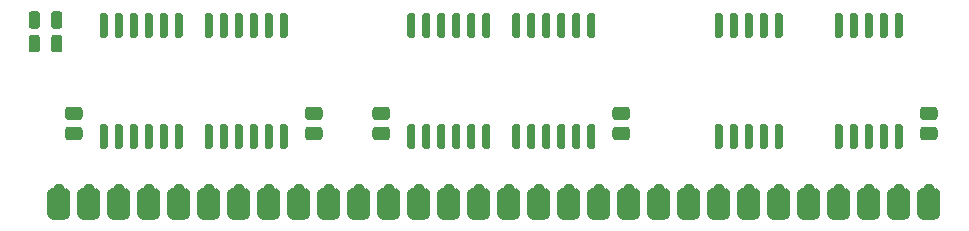
<source format=gts>
G04 #@! TF.GenerationSoftware,KiCad,Pcbnew,(5.1.10-1-10_14)*
G04 #@! TF.CreationDate,2021-07-01T06:11:53-04:00*
G04 #@! TF.ProjectId,GW4191-SOP,47573431-3931-42d5-934f-502e6b696361,1.0-SOJ*
G04 #@! TF.SameCoordinates,Original*
G04 #@! TF.FileFunction,Soldermask,Top*
G04 #@! TF.FilePolarity,Negative*
%FSLAX46Y46*%
G04 Gerber Fmt 4.6, Leading zero omitted, Abs format (unit mm)*
G04 Created by KiCad (PCBNEW (5.1.10-1-10_14)) date 2021-07-01 06:11:53*
%MOMM*%
%LPD*%
G01*
G04 APERTURE LIST*
%ADD10C,0.952400*%
%ADD11C,0.100000*%
G04 APERTURE END LIST*
G36*
G01*
X82854800Y-100939600D02*
X82854800Y-99212400D01*
G75*
G02*
X83337400Y-98729800I482600J0D01*
G01*
X84302600Y-98729800D01*
G75*
G02*
X84785200Y-99212400I0J-482600D01*
G01*
X84785200Y-100939600D01*
G75*
G02*
X84302600Y-101422200I-482600J0D01*
G01*
X83337400Y-101422200D01*
G75*
G02*
X82854800Y-100939600I0J482600D01*
G01*
G37*
G36*
G01*
X85394800Y-100939600D02*
X85394800Y-99212400D01*
G75*
G02*
X85877400Y-98729800I482600J0D01*
G01*
X86842600Y-98729800D01*
G75*
G02*
X87325200Y-99212400I0J-482600D01*
G01*
X87325200Y-100939600D01*
G75*
G02*
X86842600Y-101422200I-482600J0D01*
G01*
X85877400Y-101422200D01*
G75*
G02*
X85394800Y-100939600I0J482600D01*
G01*
G37*
D10*
X88900000Y-98806000D03*
G36*
G01*
X108254800Y-100939600D02*
X108254800Y-99212400D01*
G75*
G02*
X108737400Y-98729800I482600J0D01*
G01*
X109702600Y-98729800D01*
G75*
G02*
X110185200Y-99212400I0J-482600D01*
G01*
X110185200Y-100939600D01*
G75*
G02*
X109702600Y-101422200I-482600J0D01*
G01*
X108737400Y-101422200D01*
G75*
G02*
X108254800Y-100939600I0J482600D01*
G01*
G37*
G36*
G01*
X93014800Y-100939600D02*
X93014800Y-99212400D01*
G75*
G02*
X93497400Y-98729800I482600J0D01*
G01*
X94462600Y-98729800D01*
G75*
G02*
X94945200Y-99212400I0J-482600D01*
G01*
X94945200Y-100939600D01*
G75*
G02*
X94462600Y-101422200I-482600J0D01*
G01*
X93497400Y-101422200D01*
G75*
G02*
X93014800Y-100939600I0J482600D01*
G01*
G37*
G36*
G01*
X110794800Y-100939600D02*
X110794800Y-99212400D01*
G75*
G02*
X111277400Y-98729800I482600J0D01*
G01*
X112242600Y-98729800D01*
G75*
G02*
X112725200Y-99212400I0J-482600D01*
G01*
X112725200Y-100939600D01*
G75*
G02*
X112242600Y-101422200I-482600J0D01*
G01*
X111277400Y-101422200D01*
G75*
G02*
X110794800Y-100939600I0J482600D01*
G01*
G37*
G36*
G01*
X146354800Y-100939600D02*
X146354800Y-99212400D01*
G75*
G02*
X146837400Y-98729800I482600J0D01*
G01*
X147802600Y-98729800D01*
G75*
G02*
X148285200Y-99212400I0J-482600D01*
G01*
X148285200Y-100939600D01*
G75*
G02*
X147802600Y-101422200I-482600J0D01*
G01*
X146837400Y-101422200D01*
G75*
G02*
X146354800Y-100939600I0J482600D01*
G01*
G37*
G36*
G01*
X113334800Y-100939600D02*
X113334800Y-99212400D01*
G75*
G02*
X113817400Y-98729800I482600J0D01*
G01*
X114782600Y-98729800D01*
G75*
G02*
X115265200Y-99212400I0J-482600D01*
G01*
X115265200Y-100939600D01*
G75*
G02*
X114782600Y-101422200I-482600J0D01*
G01*
X113817400Y-101422200D01*
G75*
G02*
X113334800Y-100939600I0J482600D01*
G01*
G37*
G36*
G01*
X115874800Y-100939600D02*
X115874800Y-99212400D01*
G75*
G02*
X116357400Y-98729800I482600J0D01*
G01*
X117322600Y-98729800D01*
G75*
G02*
X117805200Y-99212400I0J-482600D01*
G01*
X117805200Y-100939600D01*
G75*
G02*
X117322600Y-101422200I-482600J0D01*
G01*
X116357400Y-101422200D01*
G75*
G02*
X115874800Y-100939600I0J482600D01*
G01*
G37*
G36*
G01*
X90474800Y-100939600D02*
X90474800Y-99212400D01*
G75*
G02*
X90957400Y-98729800I482600J0D01*
G01*
X91922600Y-98729800D01*
G75*
G02*
X92405200Y-99212400I0J-482600D01*
G01*
X92405200Y-100939600D01*
G75*
G02*
X91922600Y-101422200I-482600J0D01*
G01*
X90957400Y-101422200D01*
G75*
G02*
X90474800Y-100939600I0J482600D01*
G01*
G37*
G36*
G01*
X153974800Y-100939600D02*
X153974800Y-99212400D01*
G75*
G02*
X154457400Y-98729800I482600J0D01*
G01*
X155422600Y-98729800D01*
G75*
G02*
X155905200Y-99212400I0J-482600D01*
G01*
X155905200Y-100939600D01*
G75*
G02*
X155422600Y-101422200I-482600J0D01*
G01*
X154457400Y-101422200D01*
G75*
G02*
X153974800Y-100939600I0J482600D01*
G01*
G37*
G36*
G01*
X87934800Y-100939600D02*
X87934800Y-99212400D01*
G75*
G02*
X88417400Y-98729800I482600J0D01*
G01*
X89382600Y-98729800D01*
G75*
G02*
X89865200Y-99212400I0J-482600D01*
G01*
X89865200Y-100939600D01*
G75*
G02*
X89382600Y-101422200I-482600J0D01*
G01*
X88417400Y-101422200D01*
G75*
G02*
X87934800Y-100939600I0J482600D01*
G01*
G37*
G36*
G01*
X141274800Y-100939600D02*
X141274800Y-99212400D01*
G75*
G02*
X141757400Y-98729800I482600J0D01*
G01*
X142722600Y-98729800D01*
G75*
G02*
X143205200Y-99212400I0J-482600D01*
G01*
X143205200Y-100939600D01*
G75*
G02*
X142722600Y-101422200I-482600J0D01*
G01*
X141757400Y-101422200D01*
G75*
G02*
X141274800Y-100939600I0J482600D01*
G01*
G37*
G36*
G01*
X120954800Y-100939600D02*
X120954800Y-99212400D01*
G75*
G02*
X121437400Y-98729800I482600J0D01*
G01*
X122402600Y-98729800D01*
G75*
G02*
X122885200Y-99212400I0J-482600D01*
G01*
X122885200Y-100939600D01*
G75*
G02*
X122402600Y-101422200I-482600J0D01*
G01*
X121437400Y-101422200D01*
G75*
G02*
X120954800Y-100939600I0J482600D01*
G01*
G37*
G36*
G01*
X131114800Y-100939600D02*
X131114800Y-99212400D01*
G75*
G02*
X131597400Y-98729800I482600J0D01*
G01*
X132562600Y-98729800D01*
G75*
G02*
X133045200Y-99212400I0J-482600D01*
G01*
X133045200Y-100939600D01*
G75*
G02*
X132562600Y-101422200I-482600J0D01*
G01*
X131597400Y-101422200D01*
G75*
G02*
X131114800Y-100939600I0J482600D01*
G01*
G37*
G36*
G01*
X138734800Y-100939600D02*
X138734800Y-99212400D01*
G75*
G02*
X139217400Y-98729800I482600J0D01*
G01*
X140182600Y-98729800D01*
G75*
G02*
X140665200Y-99212400I0J-482600D01*
G01*
X140665200Y-100939600D01*
G75*
G02*
X140182600Y-101422200I-482600J0D01*
G01*
X139217400Y-101422200D01*
G75*
G02*
X138734800Y-100939600I0J482600D01*
G01*
G37*
G36*
G01*
X103174800Y-100939600D02*
X103174800Y-99212400D01*
G75*
G02*
X103657400Y-98729800I482600J0D01*
G01*
X104622600Y-98729800D01*
G75*
G02*
X105105200Y-99212400I0J-482600D01*
G01*
X105105200Y-100939600D01*
G75*
G02*
X104622600Y-101422200I-482600J0D01*
G01*
X103657400Y-101422200D01*
G75*
G02*
X103174800Y-100939600I0J482600D01*
G01*
G37*
G36*
G01*
X126034800Y-100939600D02*
X126034800Y-99212400D01*
G75*
G02*
X126517400Y-98729800I482600J0D01*
G01*
X127482600Y-98729800D01*
G75*
G02*
X127965200Y-99212400I0J-482600D01*
G01*
X127965200Y-100939600D01*
G75*
G02*
X127482600Y-101422200I-482600J0D01*
G01*
X126517400Y-101422200D01*
G75*
G02*
X126034800Y-100939600I0J482600D01*
G01*
G37*
G36*
G01*
X133654800Y-100939600D02*
X133654800Y-99212400D01*
G75*
G02*
X134137400Y-98729800I482600J0D01*
G01*
X135102600Y-98729800D01*
G75*
G02*
X135585200Y-99212400I0J-482600D01*
G01*
X135585200Y-100939600D01*
G75*
G02*
X135102600Y-101422200I-482600J0D01*
G01*
X134137400Y-101422200D01*
G75*
G02*
X133654800Y-100939600I0J482600D01*
G01*
G37*
G36*
G01*
X128574800Y-100939600D02*
X128574800Y-99212400D01*
G75*
G02*
X129057400Y-98729800I482600J0D01*
G01*
X130022600Y-98729800D01*
G75*
G02*
X130505200Y-99212400I0J-482600D01*
G01*
X130505200Y-100939600D01*
G75*
G02*
X130022600Y-101422200I-482600J0D01*
G01*
X129057400Y-101422200D01*
G75*
G02*
X128574800Y-100939600I0J482600D01*
G01*
G37*
G36*
G01*
X105714800Y-100939600D02*
X105714800Y-99212400D01*
G75*
G02*
X106197400Y-98729800I482600J0D01*
G01*
X107162600Y-98729800D01*
G75*
G02*
X107645200Y-99212400I0J-482600D01*
G01*
X107645200Y-100939600D01*
G75*
G02*
X107162600Y-101422200I-482600J0D01*
G01*
X106197400Y-101422200D01*
G75*
G02*
X105714800Y-100939600I0J482600D01*
G01*
G37*
G36*
G01*
X136194800Y-100939600D02*
X136194800Y-99212400D01*
G75*
G02*
X136677400Y-98729800I482600J0D01*
G01*
X137642600Y-98729800D01*
G75*
G02*
X138125200Y-99212400I0J-482600D01*
G01*
X138125200Y-100939600D01*
G75*
G02*
X137642600Y-101422200I-482600J0D01*
G01*
X136677400Y-101422200D01*
G75*
G02*
X136194800Y-100939600I0J482600D01*
G01*
G37*
G36*
G01*
X95554800Y-100939600D02*
X95554800Y-99212400D01*
G75*
G02*
X96037400Y-98729800I482600J0D01*
G01*
X97002600Y-98729800D01*
G75*
G02*
X97485200Y-99212400I0J-482600D01*
G01*
X97485200Y-100939600D01*
G75*
G02*
X97002600Y-101422200I-482600J0D01*
G01*
X96037400Y-101422200D01*
G75*
G02*
X95554800Y-100939600I0J482600D01*
G01*
G37*
G36*
G01*
X123494800Y-100939600D02*
X123494800Y-99212400D01*
G75*
G02*
X123977400Y-98729800I482600J0D01*
G01*
X124942600Y-98729800D01*
G75*
G02*
X125425200Y-99212400I0J-482600D01*
G01*
X125425200Y-100939600D01*
G75*
G02*
X124942600Y-101422200I-482600J0D01*
G01*
X123977400Y-101422200D01*
G75*
G02*
X123494800Y-100939600I0J482600D01*
G01*
G37*
G36*
G01*
X98094800Y-100939600D02*
X98094800Y-99212400D01*
G75*
G02*
X98577400Y-98729800I482600J0D01*
G01*
X99542600Y-98729800D01*
G75*
G02*
X100025200Y-99212400I0J-482600D01*
G01*
X100025200Y-100939600D01*
G75*
G02*
X99542600Y-101422200I-482600J0D01*
G01*
X98577400Y-101422200D01*
G75*
G02*
X98094800Y-100939600I0J482600D01*
G01*
G37*
G36*
G01*
X100634800Y-100939600D02*
X100634800Y-99212400D01*
G75*
G02*
X101117400Y-98729800I482600J0D01*
G01*
X102082600Y-98729800D01*
G75*
G02*
X102565200Y-99212400I0J-482600D01*
G01*
X102565200Y-100939600D01*
G75*
G02*
X102082600Y-101422200I-482600J0D01*
G01*
X101117400Y-101422200D01*
G75*
G02*
X100634800Y-100939600I0J482600D01*
G01*
G37*
G36*
G01*
X148894800Y-100939600D02*
X148894800Y-99212400D01*
G75*
G02*
X149377400Y-98729800I482600J0D01*
G01*
X150342600Y-98729800D01*
G75*
G02*
X150825200Y-99212400I0J-482600D01*
G01*
X150825200Y-100939600D01*
G75*
G02*
X150342600Y-101422200I-482600J0D01*
G01*
X149377400Y-101422200D01*
G75*
G02*
X148894800Y-100939600I0J482600D01*
G01*
G37*
G36*
G01*
X151434800Y-100939600D02*
X151434800Y-99212400D01*
G75*
G02*
X151917400Y-98729800I482600J0D01*
G01*
X152882600Y-98729800D01*
G75*
G02*
X153365200Y-99212400I0J-482600D01*
G01*
X153365200Y-100939600D01*
G75*
G02*
X152882600Y-101422200I-482600J0D01*
G01*
X151917400Y-101422200D01*
G75*
G02*
X151434800Y-100939600I0J482600D01*
G01*
G37*
G36*
G01*
X156514800Y-100939600D02*
X156514800Y-99212400D01*
G75*
G02*
X156997400Y-98729800I482600J0D01*
G01*
X157962600Y-98729800D01*
G75*
G02*
X158445200Y-99212400I0J-482600D01*
G01*
X158445200Y-100939600D01*
G75*
G02*
X157962600Y-101422200I-482600J0D01*
G01*
X156997400Y-101422200D01*
G75*
G02*
X156514800Y-100939600I0J482600D01*
G01*
G37*
G36*
G01*
X118414800Y-100939600D02*
X118414800Y-99212400D01*
G75*
G02*
X118897400Y-98729800I482600J0D01*
G01*
X119862600Y-98729800D01*
G75*
G02*
X120345200Y-99212400I0J-482600D01*
G01*
X120345200Y-100939600D01*
G75*
G02*
X119862600Y-101422200I-482600J0D01*
G01*
X118897400Y-101422200D01*
G75*
G02*
X118414800Y-100939600I0J482600D01*
G01*
G37*
G36*
G01*
X143814800Y-100939600D02*
X143814800Y-99212400D01*
G75*
G02*
X144297400Y-98729800I482600J0D01*
G01*
X145262600Y-98729800D01*
G75*
G02*
X145745200Y-99212400I0J-482600D01*
G01*
X145745200Y-100939600D01*
G75*
G02*
X145262600Y-101422200I-482600J0D01*
G01*
X144297400Y-101422200D01*
G75*
G02*
X143814800Y-100939600I0J482600D01*
G01*
G37*
X86360000Y-98806000D03*
X83820000Y-98806000D03*
X93980000Y-98806000D03*
X91440000Y-98806000D03*
X96520000Y-98806000D03*
X99060000Y-98806000D03*
X104140000Y-98806000D03*
X101600000Y-98806000D03*
X109220000Y-98806000D03*
X106680000Y-98806000D03*
X111760000Y-98806000D03*
X116840000Y-98806000D03*
X114300000Y-98806000D03*
X119380000Y-98806000D03*
X124460000Y-98806000D03*
X121920000Y-98806000D03*
X127000000Y-98806000D03*
X149860000Y-98806000D03*
X147320000Y-98806000D03*
X152400000Y-98806000D03*
X134620000Y-98806000D03*
X132080000Y-98806000D03*
X137160000Y-98806000D03*
X142240000Y-98806000D03*
X139700000Y-98806000D03*
X144780000Y-98806000D03*
X129540000Y-98806000D03*
X154940000Y-98806000D03*
X157480000Y-98806000D03*
G36*
G01*
X85552500Y-92982000D02*
X84627500Y-92982000D01*
G75*
G02*
X84340000Y-92694500I0J287500D01*
G01*
X84340000Y-92119500D01*
G75*
G02*
X84627500Y-91832000I287500J0D01*
G01*
X85552500Y-91832000D01*
G75*
G02*
X85840000Y-92119500I0J-287500D01*
G01*
X85840000Y-92694500D01*
G75*
G02*
X85552500Y-92982000I-287500J0D01*
G01*
G37*
G36*
G01*
X85552500Y-94682000D02*
X84627500Y-94682000D01*
G75*
G02*
X84340000Y-94394500I0J287500D01*
G01*
X84340000Y-93819500D01*
G75*
G02*
X84627500Y-93532000I287500J0D01*
G01*
X85552500Y-93532000D01*
G75*
G02*
X85840000Y-93819500I0J-287500D01*
G01*
X85840000Y-94394500D01*
G75*
G02*
X85552500Y-94682000I-287500J0D01*
G01*
G37*
G36*
G01*
X105872500Y-92982000D02*
X104947500Y-92982000D01*
G75*
G02*
X104660000Y-92694500I0J287500D01*
G01*
X104660000Y-92119500D01*
G75*
G02*
X104947500Y-91832000I287500J0D01*
G01*
X105872500Y-91832000D01*
G75*
G02*
X106160000Y-92119500I0J-287500D01*
G01*
X106160000Y-92694500D01*
G75*
G02*
X105872500Y-92982000I-287500J0D01*
G01*
G37*
G36*
G01*
X105872500Y-94682000D02*
X104947500Y-94682000D01*
G75*
G02*
X104660000Y-94394500I0J287500D01*
G01*
X104660000Y-93819500D01*
G75*
G02*
X104947500Y-93532000I287500J0D01*
G01*
X105872500Y-93532000D01*
G75*
G02*
X106160000Y-93819500I0J-287500D01*
G01*
X106160000Y-94394500D01*
G75*
G02*
X105872500Y-94682000I-287500J0D01*
G01*
G37*
G36*
G01*
X111587500Y-92982000D02*
X110662500Y-92982000D01*
G75*
G02*
X110375000Y-92694500I0J287500D01*
G01*
X110375000Y-92119500D01*
G75*
G02*
X110662500Y-91832000I287500J0D01*
G01*
X111587500Y-91832000D01*
G75*
G02*
X111875000Y-92119500I0J-287500D01*
G01*
X111875000Y-92694500D01*
G75*
G02*
X111587500Y-92982000I-287500J0D01*
G01*
G37*
G36*
G01*
X111587500Y-94682000D02*
X110662500Y-94682000D01*
G75*
G02*
X110375000Y-94394500I0J287500D01*
G01*
X110375000Y-93819500D01*
G75*
G02*
X110662500Y-93532000I287500J0D01*
G01*
X111587500Y-93532000D01*
G75*
G02*
X111875000Y-93819500I0J-287500D01*
G01*
X111875000Y-94394500D01*
G75*
G02*
X111587500Y-94682000I-287500J0D01*
G01*
G37*
G36*
G01*
X157942500Y-92982000D02*
X157017500Y-92982000D01*
G75*
G02*
X156730000Y-92694500I0J287500D01*
G01*
X156730000Y-92119500D01*
G75*
G02*
X157017500Y-91832000I287500J0D01*
G01*
X157942500Y-91832000D01*
G75*
G02*
X158230000Y-92119500I0J-287500D01*
G01*
X158230000Y-92694500D01*
G75*
G02*
X157942500Y-92982000I-287500J0D01*
G01*
G37*
G36*
G01*
X157942500Y-94682000D02*
X157017500Y-94682000D01*
G75*
G02*
X156730000Y-94394500I0J287500D01*
G01*
X156730000Y-93819500D01*
G75*
G02*
X157017500Y-93532000I287500J0D01*
G01*
X157942500Y-93532000D01*
G75*
G02*
X158230000Y-93819500I0J-287500D01*
G01*
X158230000Y-94394500D01*
G75*
G02*
X157942500Y-94682000I-287500J0D01*
G01*
G37*
G36*
G01*
X131907500Y-92982000D02*
X130982500Y-92982000D01*
G75*
G02*
X130695000Y-92694500I0J287500D01*
G01*
X130695000Y-92119500D01*
G75*
G02*
X130982500Y-91832000I287500J0D01*
G01*
X131907500Y-91832000D01*
G75*
G02*
X132195000Y-92119500I0J-287500D01*
G01*
X132195000Y-92694500D01*
G75*
G02*
X131907500Y-92982000I-287500J0D01*
G01*
G37*
G36*
G01*
X131907500Y-94682000D02*
X130982500Y-94682000D01*
G75*
G02*
X130695000Y-94394500I0J287500D01*
G01*
X130695000Y-93819500D01*
G75*
G02*
X130982500Y-93532000I287500J0D01*
G01*
X131907500Y-93532000D01*
G75*
G02*
X132195000Y-93819500I0J-287500D01*
G01*
X132195000Y-94394500D01*
G75*
G02*
X131907500Y-94682000I-287500J0D01*
G01*
G37*
G36*
G01*
X82225000Y-85987500D02*
X82225000Y-87012500D01*
G75*
G02*
X81987500Y-87250000I-237500J0D01*
G01*
X81512500Y-87250000D01*
G75*
G02*
X81275000Y-87012500I0J237500D01*
G01*
X81275000Y-85987500D01*
G75*
G02*
X81512500Y-85750000I237500J0D01*
G01*
X81987500Y-85750000D01*
G75*
G02*
X82225000Y-85987500I0J-237500D01*
G01*
G37*
G36*
G01*
X84125000Y-85987500D02*
X84125000Y-87012500D01*
G75*
G02*
X83887500Y-87250000I-237500J0D01*
G01*
X83412500Y-87250000D01*
G75*
G02*
X83175000Y-87012500I0J237500D01*
G01*
X83175000Y-85987500D01*
G75*
G02*
X83412500Y-85750000I237500J0D01*
G01*
X83887500Y-85750000D01*
G75*
G02*
X84125000Y-85987500I0J-237500D01*
G01*
G37*
G36*
G01*
X83175000Y-85012500D02*
X83175000Y-83987500D01*
G75*
G02*
X83412500Y-83750000I237500J0D01*
G01*
X83887500Y-83750000D01*
G75*
G02*
X84125000Y-83987500I0J-237500D01*
G01*
X84125000Y-85012500D01*
G75*
G02*
X83887500Y-85250000I-237500J0D01*
G01*
X83412500Y-85250000D01*
G75*
G02*
X83175000Y-85012500I0J237500D01*
G01*
G37*
G36*
G01*
X81275000Y-85012500D02*
X81275000Y-83987500D01*
G75*
G02*
X81512500Y-83750000I237500J0D01*
G01*
X81987500Y-83750000D01*
G75*
G02*
X82225000Y-83987500I0J-237500D01*
G01*
X82225000Y-85012500D01*
G75*
G02*
X81987500Y-85250000I-237500J0D01*
G01*
X81512500Y-85250000D01*
G75*
G02*
X81275000Y-85012500I0J237500D01*
G01*
G37*
G36*
G01*
X113840000Y-95427000D02*
X113490000Y-95427000D01*
G75*
G02*
X113315000Y-95252000I0J175000D01*
G01*
X113315000Y-93470000D01*
G75*
G02*
X113490000Y-93295000I175000J0D01*
G01*
X113840000Y-93295000D01*
G75*
G02*
X114015000Y-93470000I0J-175000D01*
G01*
X114015000Y-95252000D01*
G75*
G02*
X113840000Y-95427000I-175000J0D01*
G01*
G37*
G36*
G01*
X115110000Y-95427000D02*
X114760000Y-95427000D01*
G75*
G02*
X114585000Y-95252000I0J175000D01*
G01*
X114585000Y-93470000D01*
G75*
G02*
X114760000Y-93295000I175000J0D01*
G01*
X115110000Y-93295000D01*
G75*
G02*
X115285000Y-93470000I0J-175000D01*
G01*
X115285000Y-95252000D01*
G75*
G02*
X115110000Y-95427000I-175000J0D01*
G01*
G37*
G36*
G01*
X116380000Y-95427000D02*
X116030000Y-95427000D01*
G75*
G02*
X115855000Y-95252000I0J175000D01*
G01*
X115855000Y-93470000D01*
G75*
G02*
X116030000Y-93295000I175000J0D01*
G01*
X116380000Y-93295000D01*
G75*
G02*
X116555000Y-93470000I0J-175000D01*
G01*
X116555000Y-95252000D01*
G75*
G02*
X116380000Y-95427000I-175000J0D01*
G01*
G37*
G36*
G01*
X117650000Y-95427000D02*
X117300000Y-95427000D01*
G75*
G02*
X117125000Y-95252000I0J175000D01*
G01*
X117125000Y-93470000D01*
G75*
G02*
X117300000Y-93295000I175000J0D01*
G01*
X117650000Y-93295000D01*
G75*
G02*
X117825000Y-93470000I0J-175000D01*
G01*
X117825000Y-95252000D01*
G75*
G02*
X117650000Y-95427000I-175000J0D01*
G01*
G37*
G36*
G01*
X118920000Y-95427000D02*
X118570000Y-95427000D01*
G75*
G02*
X118395000Y-95252000I0J175000D01*
G01*
X118395000Y-93470000D01*
G75*
G02*
X118570000Y-93295000I175000J0D01*
G01*
X118920000Y-93295000D01*
G75*
G02*
X119095000Y-93470000I0J-175000D01*
G01*
X119095000Y-95252000D01*
G75*
G02*
X118920000Y-95427000I-175000J0D01*
G01*
G37*
G36*
G01*
X120190000Y-95427000D02*
X119840000Y-95427000D01*
G75*
G02*
X119665000Y-95252000I0J175000D01*
G01*
X119665000Y-93470000D01*
G75*
G02*
X119840000Y-93295000I175000J0D01*
G01*
X120190000Y-93295000D01*
G75*
G02*
X120365000Y-93470000I0J-175000D01*
G01*
X120365000Y-95252000D01*
G75*
G02*
X120190000Y-95427000I-175000J0D01*
G01*
G37*
G36*
G01*
X122730000Y-95427000D02*
X122380000Y-95427000D01*
G75*
G02*
X122205000Y-95252000I0J175000D01*
G01*
X122205000Y-93470000D01*
G75*
G02*
X122380000Y-93295000I175000J0D01*
G01*
X122730000Y-93295000D01*
G75*
G02*
X122905000Y-93470000I0J-175000D01*
G01*
X122905000Y-95252000D01*
G75*
G02*
X122730000Y-95427000I-175000J0D01*
G01*
G37*
G36*
G01*
X124000000Y-95427000D02*
X123650000Y-95427000D01*
G75*
G02*
X123475000Y-95252000I0J175000D01*
G01*
X123475000Y-93470000D01*
G75*
G02*
X123650000Y-93295000I175000J0D01*
G01*
X124000000Y-93295000D01*
G75*
G02*
X124175000Y-93470000I0J-175000D01*
G01*
X124175000Y-95252000D01*
G75*
G02*
X124000000Y-95427000I-175000J0D01*
G01*
G37*
G36*
G01*
X125270000Y-95427000D02*
X124920000Y-95427000D01*
G75*
G02*
X124745000Y-95252000I0J175000D01*
G01*
X124745000Y-93470000D01*
G75*
G02*
X124920000Y-93295000I175000J0D01*
G01*
X125270000Y-93295000D01*
G75*
G02*
X125445000Y-93470000I0J-175000D01*
G01*
X125445000Y-95252000D01*
G75*
G02*
X125270000Y-95427000I-175000J0D01*
G01*
G37*
G36*
G01*
X126540000Y-95427000D02*
X126190000Y-95427000D01*
G75*
G02*
X126015000Y-95252000I0J175000D01*
G01*
X126015000Y-93470000D01*
G75*
G02*
X126190000Y-93295000I175000J0D01*
G01*
X126540000Y-93295000D01*
G75*
G02*
X126715000Y-93470000I0J-175000D01*
G01*
X126715000Y-95252000D01*
G75*
G02*
X126540000Y-95427000I-175000J0D01*
G01*
G37*
G36*
G01*
X127810000Y-95427000D02*
X127460000Y-95427000D01*
G75*
G02*
X127285000Y-95252000I0J175000D01*
G01*
X127285000Y-93470000D01*
G75*
G02*
X127460000Y-93295000I175000J0D01*
G01*
X127810000Y-93295000D01*
G75*
G02*
X127985000Y-93470000I0J-175000D01*
G01*
X127985000Y-95252000D01*
G75*
G02*
X127810000Y-95427000I-175000J0D01*
G01*
G37*
G36*
G01*
X129080000Y-95427000D02*
X128730000Y-95427000D01*
G75*
G02*
X128555000Y-95252000I0J175000D01*
G01*
X128555000Y-93470000D01*
G75*
G02*
X128730000Y-93295000I175000J0D01*
G01*
X129080000Y-93295000D01*
G75*
G02*
X129255000Y-93470000I0J-175000D01*
G01*
X129255000Y-95252000D01*
G75*
G02*
X129080000Y-95427000I-175000J0D01*
G01*
G37*
G36*
G01*
X129080000Y-86029000D02*
X128730000Y-86029000D01*
G75*
G02*
X128555000Y-85854000I0J175000D01*
G01*
X128555000Y-84072000D01*
G75*
G02*
X128730000Y-83897000I175000J0D01*
G01*
X129080000Y-83897000D01*
G75*
G02*
X129255000Y-84072000I0J-175000D01*
G01*
X129255000Y-85854000D01*
G75*
G02*
X129080000Y-86029000I-175000J0D01*
G01*
G37*
G36*
G01*
X127810000Y-86029000D02*
X127460000Y-86029000D01*
G75*
G02*
X127285000Y-85854000I0J175000D01*
G01*
X127285000Y-84072000D01*
G75*
G02*
X127460000Y-83897000I175000J0D01*
G01*
X127810000Y-83897000D01*
G75*
G02*
X127985000Y-84072000I0J-175000D01*
G01*
X127985000Y-85854000D01*
G75*
G02*
X127810000Y-86029000I-175000J0D01*
G01*
G37*
G36*
G01*
X126540000Y-86029000D02*
X126190000Y-86029000D01*
G75*
G02*
X126015000Y-85854000I0J175000D01*
G01*
X126015000Y-84072000D01*
G75*
G02*
X126190000Y-83897000I175000J0D01*
G01*
X126540000Y-83897000D01*
G75*
G02*
X126715000Y-84072000I0J-175000D01*
G01*
X126715000Y-85854000D01*
G75*
G02*
X126540000Y-86029000I-175000J0D01*
G01*
G37*
G36*
G01*
X125270000Y-86029000D02*
X124920000Y-86029000D01*
G75*
G02*
X124745000Y-85854000I0J175000D01*
G01*
X124745000Y-84072000D01*
G75*
G02*
X124920000Y-83897000I175000J0D01*
G01*
X125270000Y-83897000D01*
G75*
G02*
X125445000Y-84072000I0J-175000D01*
G01*
X125445000Y-85854000D01*
G75*
G02*
X125270000Y-86029000I-175000J0D01*
G01*
G37*
G36*
G01*
X124000000Y-86029000D02*
X123650000Y-86029000D01*
G75*
G02*
X123475000Y-85854000I0J175000D01*
G01*
X123475000Y-84072000D01*
G75*
G02*
X123650000Y-83897000I175000J0D01*
G01*
X124000000Y-83897000D01*
G75*
G02*
X124175000Y-84072000I0J-175000D01*
G01*
X124175000Y-85854000D01*
G75*
G02*
X124000000Y-86029000I-175000J0D01*
G01*
G37*
G36*
G01*
X122730000Y-86029000D02*
X122380000Y-86029000D01*
G75*
G02*
X122205000Y-85854000I0J175000D01*
G01*
X122205000Y-84072000D01*
G75*
G02*
X122380000Y-83897000I175000J0D01*
G01*
X122730000Y-83897000D01*
G75*
G02*
X122905000Y-84072000I0J-175000D01*
G01*
X122905000Y-85854000D01*
G75*
G02*
X122730000Y-86029000I-175000J0D01*
G01*
G37*
G36*
G01*
X120190000Y-86029000D02*
X119840000Y-86029000D01*
G75*
G02*
X119665000Y-85854000I0J175000D01*
G01*
X119665000Y-84072000D01*
G75*
G02*
X119840000Y-83897000I175000J0D01*
G01*
X120190000Y-83897000D01*
G75*
G02*
X120365000Y-84072000I0J-175000D01*
G01*
X120365000Y-85854000D01*
G75*
G02*
X120190000Y-86029000I-175000J0D01*
G01*
G37*
G36*
G01*
X118920000Y-86029000D02*
X118570000Y-86029000D01*
G75*
G02*
X118395000Y-85854000I0J175000D01*
G01*
X118395000Y-84072000D01*
G75*
G02*
X118570000Y-83897000I175000J0D01*
G01*
X118920000Y-83897000D01*
G75*
G02*
X119095000Y-84072000I0J-175000D01*
G01*
X119095000Y-85854000D01*
G75*
G02*
X118920000Y-86029000I-175000J0D01*
G01*
G37*
G36*
G01*
X117650000Y-86029000D02*
X117300000Y-86029000D01*
G75*
G02*
X117125000Y-85854000I0J175000D01*
G01*
X117125000Y-84072000D01*
G75*
G02*
X117300000Y-83897000I175000J0D01*
G01*
X117650000Y-83897000D01*
G75*
G02*
X117825000Y-84072000I0J-175000D01*
G01*
X117825000Y-85854000D01*
G75*
G02*
X117650000Y-86029000I-175000J0D01*
G01*
G37*
G36*
G01*
X116380000Y-86029000D02*
X116030000Y-86029000D01*
G75*
G02*
X115855000Y-85854000I0J175000D01*
G01*
X115855000Y-84072000D01*
G75*
G02*
X116030000Y-83897000I175000J0D01*
G01*
X116380000Y-83897000D01*
G75*
G02*
X116555000Y-84072000I0J-175000D01*
G01*
X116555000Y-85854000D01*
G75*
G02*
X116380000Y-86029000I-175000J0D01*
G01*
G37*
G36*
G01*
X115110000Y-86029000D02*
X114760000Y-86029000D01*
G75*
G02*
X114585000Y-85854000I0J175000D01*
G01*
X114585000Y-84072000D01*
G75*
G02*
X114760000Y-83897000I175000J0D01*
G01*
X115110000Y-83897000D01*
G75*
G02*
X115285000Y-84072000I0J-175000D01*
G01*
X115285000Y-85854000D01*
G75*
G02*
X115110000Y-86029000I-175000J0D01*
G01*
G37*
G36*
G01*
X113840000Y-86029000D02*
X113490000Y-86029000D01*
G75*
G02*
X113315000Y-85854000I0J175000D01*
G01*
X113315000Y-84072000D01*
G75*
G02*
X113490000Y-83897000I175000J0D01*
G01*
X113840000Y-83897000D01*
G75*
G02*
X114015000Y-84072000I0J-175000D01*
G01*
X114015000Y-85854000D01*
G75*
G02*
X113840000Y-86029000I-175000J0D01*
G01*
G37*
G36*
G01*
X87805000Y-86029000D02*
X87455000Y-86029000D01*
G75*
G02*
X87280000Y-85854000I0J175000D01*
G01*
X87280000Y-84072000D01*
G75*
G02*
X87455000Y-83897000I175000J0D01*
G01*
X87805000Y-83897000D01*
G75*
G02*
X87980000Y-84072000I0J-175000D01*
G01*
X87980000Y-85854000D01*
G75*
G02*
X87805000Y-86029000I-175000J0D01*
G01*
G37*
G36*
G01*
X89075000Y-86029000D02*
X88725000Y-86029000D01*
G75*
G02*
X88550000Y-85854000I0J175000D01*
G01*
X88550000Y-84072000D01*
G75*
G02*
X88725000Y-83897000I175000J0D01*
G01*
X89075000Y-83897000D01*
G75*
G02*
X89250000Y-84072000I0J-175000D01*
G01*
X89250000Y-85854000D01*
G75*
G02*
X89075000Y-86029000I-175000J0D01*
G01*
G37*
G36*
G01*
X90345000Y-86029000D02*
X89995000Y-86029000D01*
G75*
G02*
X89820000Y-85854000I0J175000D01*
G01*
X89820000Y-84072000D01*
G75*
G02*
X89995000Y-83897000I175000J0D01*
G01*
X90345000Y-83897000D01*
G75*
G02*
X90520000Y-84072000I0J-175000D01*
G01*
X90520000Y-85854000D01*
G75*
G02*
X90345000Y-86029000I-175000J0D01*
G01*
G37*
G36*
G01*
X91615000Y-86029000D02*
X91265000Y-86029000D01*
G75*
G02*
X91090000Y-85854000I0J175000D01*
G01*
X91090000Y-84072000D01*
G75*
G02*
X91265000Y-83897000I175000J0D01*
G01*
X91615000Y-83897000D01*
G75*
G02*
X91790000Y-84072000I0J-175000D01*
G01*
X91790000Y-85854000D01*
G75*
G02*
X91615000Y-86029000I-175000J0D01*
G01*
G37*
G36*
G01*
X92885000Y-86029000D02*
X92535000Y-86029000D01*
G75*
G02*
X92360000Y-85854000I0J175000D01*
G01*
X92360000Y-84072000D01*
G75*
G02*
X92535000Y-83897000I175000J0D01*
G01*
X92885000Y-83897000D01*
G75*
G02*
X93060000Y-84072000I0J-175000D01*
G01*
X93060000Y-85854000D01*
G75*
G02*
X92885000Y-86029000I-175000J0D01*
G01*
G37*
G36*
G01*
X94155000Y-86029000D02*
X93805000Y-86029000D01*
G75*
G02*
X93630000Y-85854000I0J175000D01*
G01*
X93630000Y-84072000D01*
G75*
G02*
X93805000Y-83897000I175000J0D01*
G01*
X94155000Y-83897000D01*
G75*
G02*
X94330000Y-84072000I0J-175000D01*
G01*
X94330000Y-85854000D01*
G75*
G02*
X94155000Y-86029000I-175000J0D01*
G01*
G37*
G36*
G01*
X96695000Y-86029000D02*
X96345000Y-86029000D01*
G75*
G02*
X96170000Y-85854000I0J175000D01*
G01*
X96170000Y-84072000D01*
G75*
G02*
X96345000Y-83897000I175000J0D01*
G01*
X96695000Y-83897000D01*
G75*
G02*
X96870000Y-84072000I0J-175000D01*
G01*
X96870000Y-85854000D01*
G75*
G02*
X96695000Y-86029000I-175000J0D01*
G01*
G37*
G36*
G01*
X97965000Y-86029000D02*
X97615000Y-86029000D01*
G75*
G02*
X97440000Y-85854000I0J175000D01*
G01*
X97440000Y-84072000D01*
G75*
G02*
X97615000Y-83897000I175000J0D01*
G01*
X97965000Y-83897000D01*
G75*
G02*
X98140000Y-84072000I0J-175000D01*
G01*
X98140000Y-85854000D01*
G75*
G02*
X97965000Y-86029000I-175000J0D01*
G01*
G37*
G36*
G01*
X99235000Y-86029000D02*
X98885000Y-86029000D01*
G75*
G02*
X98710000Y-85854000I0J175000D01*
G01*
X98710000Y-84072000D01*
G75*
G02*
X98885000Y-83897000I175000J0D01*
G01*
X99235000Y-83897000D01*
G75*
G02*
X99410000Y-84072000I0J-175000D01*
G01*
X99410000Y-85854000D01*
G75*
G02*
X99235000Y-86029000I-175000J0D01*
G01*
G37*
G36*
G01*
X100505000Y-86029000D02*
X100155000Y-86029000D01*
G75*
G02*
X99980000Y-85854000I0J175000D01*
G01*
X99980000Y-84072000D01*
G75*
G02*
X100155000Y-83897000I175000J0D01*
G01*
X100505000Y-83897000D01*
G75*
G02*
X100680000Y-84072000I0J-175000D01*
G01*
X100680000Y-85854000D01*
G75*
G02*
X100505000Y-86029000I-175000J0D01*
G01*
G37*
G36*
G01*
X101775000Y-86029000D02*
X101425000Y-86029000D01*
G75*
G02*
X101250000Y-85854000I0J175000D01*
G01*
X101250000Y-84072000D01*
G75*
G02*
X101425000Y-83897000I175000J0D01*
G01*
X101775000Y-83897000D01*
G75*
G02*
X101950000Y-84072000I0J-175000D01*
G01*
X101950000Y-85854000D01*
G75*
G02*
X101775000Y-86029000I-175000J0D01*
G01*
G37*
G36*
G01*
X103045000Y-86029000D02*
X102695000Y-86029000D01*
G75*
G02*
X102520000Y-85854000I0J175000D01*
G01*
X102520000Y-84072000D01*
G75*
G02*
X102695000Y-83897000I175000J0D01*
G01*
X103045000Y-83897000D01*
G75*
G02*
X103220000Y-84072000I0J-175000D01*
G01*
X103220000Y-85854000D01*
G75*
G02*
X103045000Y-86029000I-175000J0D01*
G01*
G37*
G36*
G01*
X103045000Y-95427000D02*
X102695000Y-95427000D01*
G75*
G02*
X102520000Y-95252000I0J175000D01*
G01*
X102520000Y-93470000D01*
G75*
G02*
X102695000Y-93295000I175000J0D01*
G01*
X103045000Y-93295000D01*
G75*
G02*
X103220000Y-93470000I0J-175000D01*
G01*
X103220000Y-95252000D01*
G75*
G02*
X103045000Y-95427000I-175000J0D01*
G01*
G37*
G36*
G01*
X101775000Y-95427000D02*
X101425000Y-95427000D01*
G75*
G02*
X101250000Y-95252000I0J175000D01*
G01*
X101250000Y-93470000D01*
G75*
G02*
X101425000Y-93295000I175000J0D01*
G01*
X101775000Y-93295000D01*
G75*
G02*
X101950000Y-93470000I0J-175000D01*
G01*
X101950000Y-95252000D01*
G75*
G02*
X101775000Y-95427000I-175000J0D01*
G01*
G37*
G36*
G01*
X100505000Y-95427000D02*
X100155000Y-95427000D01*
G75*
G02*
X99980000Y-95252000I0J175000D01*
G01*
X99980000Y-93470000D01*
G75*
G02*
X100155000Y-93295000I175000J0D01*
G01*
X100505000Y-93295000D01*
G75*
G02*
X100680000Y-93470000I0J-175000D01*
G01*
X100680000Y-95252000D01*
G75*
G02*
X100505000Y-95427000I-175000J0D01*
G01*
G37*
G36*
G01*
X99235000Y-95427000D02*
X98885000Y-95427000D01*
G75*
G02*
X98710000Y-95252000I0J175000D01*
G01*
X98710000Y-93470000D01*
G75*
G02*
X98885000Y-93295000I175000J0D01*
G01*
X99235000Y-93295000D01*
G75*
G02*
X99410000Y-93470000I0J-175000D01*
G01*
X99410000Y-95252000D01*
G75*
G02*
X99235000Y-95427000I-175000J0D01*
G01*
G37*
G36*
G01*
X97965000Y-95427000D02*
X97615000Y-95427000D01*
G75*
G02*
X97440000Y-95252000I0J175000D01*
G01*
X97440000Y-93470000D01*
G75*
G02*
X97615000Y-93295000I175000J0D01*
G01*
X97965000Y-93295000D01*
G75*
G02*
X98140000Y-93470000I0J-175000D01*
G01*
X98140000Y-95252000D01*
G75*
G02*
X97965000Y-95427000I-175000J0D01*
G01*
G37*
G36*
G01*
X96695000Y-95427000D02*
X96345000Y-95427000D01*
G75*
G02*
X96170000Y-95252000I0J175000D01*
G01*
X96170000Y-93470000D01*
G75*
G02*
X96345000Y-93295000I175000J0D01*
G01*
X96695000Y-93295000D01*
G75*
G02*
X96870000Y-93470000I0J-175000D01*
G01*
X96870000Y-95252000D01*
G75*
G02*
X96695000Y-95427000I-175000J0D01*
G01*
G37*
G36*
G01*
X94155000Y-95427000D02*
X93805000Y-95427000D01*
G75*
G02*
X93630000Y-95252000I0J175000D01*
G01*
X93630000Y-93470000D01*
G75*
G02*
X93805000Y-93295000I175000J0D01*
G01*
X94155000Y-93295000D01*
G75*
G02*
X94330000Y-93470000I0J-175000D01*
G01*
X94330000Y-95252000D01*
G75*
G02*
X94155000Y-95427000I-175000J0D01*
G01*
G37*
G36*
G01*
X92885000Y-95427000D02*
X92535000Y-95427000D01*
G75*
G02*
X92360000Y-95252000I0J175000D01*
G01*
X92360000Y-93470000D01*
G75*
G02*
X92535000Y-93295000I175000J0D01*
G01*
X92885000Y-93295000D01*
G75*
G02*
X93060000Y-93470000I0J-175000D01*
G01*
X93060000Y-95252000D01*
G75*
G02*
X92885000Y-95427000I-175000J0D01*
G01*
G37*
G36*
G01*
X91615000Y-95427000D02*
X91265000Y-95427000D01*
G75*
G02*
X91090000Y-95252000I0J175000D01*
G01*
X91090000Y-93470000D01*
G75*
G02*
X91265000Y-93295000I175000J0D01*
G01*
X91615000Y-93295000D01*
G75*
G02*
X91790000Y-93470000I0J-175000D01*
G01*
X91790000Y-95252000D01*
G75*
G02*
X91615000Y-95427000I-175000J0D01*
G01*
G37*
G36*
G01*
X90345000Y-95427000D02*
X89995000Y-95427000D01*
G75*
G02*
X89820000Y-95252000I0J175000D01*
G01*
X89820000Y-93470000D01*
G75*
G02*
X89995000Y-93295000I175000J0D01*
G01*
X90345000Y-93295000D01*
G75*
G02*
X90520000Y-93470000I0J-175000D01*
G01*
X90520000Y-95252000D01*
G75*
G02*
X90345000Y-95427000I-175000J0D01*
G01*
G37*
G36*
G01*
X89075000Y-95427000D02*
X88725000Y-95427000D01*
G75*
G02*
X88550000Y-95252000I0J175000D01*
G01*
X88550000Y-93470000D01*
G75*
G02*
X88725000Y-93295000I175000J0D01*
G01*
X89075000Y-93295000D01*
G75*
G02*
X89250000Y-93470000I0J-175000D01*
G01*
X89250000Y-95252000D01*
G75*
G02*
X89075000Y-95427000I-175000J0D01*
G01*
G37*
G36*
G01*
X87805000Y-95427000D02*
X87455000Y-95427000D01*
G75*
G02*
X87280000Y-95252000I0J175000D01*
G01*
X87280000Y-93470000D01*
G75*
G02*
X87455000Y-93295000I175000J0D01*
G01*
X87805000Y-93295000D01*
G75*
G02*
X87980000Y-93470000I0J-175000D01*
G01*
X87980000Y-95252000D01*
G75*
G02*
X87805000Y-95427000I-175000J0D01*
G01*
G37*
G36*
G01*
X139875000Y-86029000D02*
X139525000Y-86029000D01*
G75*
G02*
X139350000Y-85854000I0J175000D01*
G01*
X139350000Y-84072000D01*
G75*
G02*
X139525000Y-83897000I175000J0D01*
G01*
X139875000Y-83897000D01*
G75*
G02*
X140050000Y-84072000I0J-175000D01*
G01*
X140050000Y-85854000D01*
G75*
G02*
X139875000Y-86029000I-175000J0D01*
G01*
G37*
G36*
G01*
X141145000Y-86029000D02*
X140795000Y-86029000D01*
G75*
G02*
X140620000Y-85854000I0J175000D01*
G01*
X140620000Y-84072000D01*
G75*
G02*
X140795000Y-83897000I175000J0D01*
G01*
X141145000Y-83897000D01*
G75*
G02*
X141320000Y-84072000I0J-175000D01*
G01*
X141320000Y-85854000D01*
G75*
G02*
X141145000Y-86029000I-175000J0D01*
G01*
G37*
G36*
G01*
X142415000Y-86029000D02*
X142065000Y-86029000D01*
G75*
G02*
X141890000Y-85854000I0J175000D01*
G01*
X141890000Y-84072000D01*
G75*
G02*
X142065000Y-83897000I175000J0D01*
G01*
X142415000Y-83897000D01*
G75*
G02*
X142590000Y-84072000I0J-175000D01*
G01*
X142590000Y-85854000D01*
G75*
G02*
X142415000Y-86029000I-175000J0D01*
G01*
G37*
G36*
G01*
X143685000Y-86029000D02*
X143335000Y-86029000D01*
G75*
G02*
X143160000Y-85854000I0J175000D01*
G01*
X143160000Y-84072000D01*
G75*
G02*
X143335000Y-83897000I175000J0D01*
G01*
X143685000Y-83897000D01*
G75*
G02*
X143860000Y-84072000I0J-175000D01*
G01*
X143860000Y-85854000D01*
G75*
G02*
X143685000Y-86029000I-175000J0D01*
G01*
G37*
G36*
G01*
X144955000Y-86029000D02*
X144605000Y-86029000D01*
G75*
G02*
X144430000Y-85854000I0J175000D01*
G01*
X144430000Y-84072000D01*
G75*
G02*
X144605000Y-83897000I175000J0D01*
G01*
X144955000Y-83897000D01*
G75*
G02*
X145130000Y-84072000I0J-175000D01*
G01*
X145130000Y-85854000D01*
G75*
G02*
X144955000Y-86029000I-175000J0D01*
G01*
G37*
G36*
G01*
X150035000Y-86029000D02*
X149685000Y-86029000D01*
G75*
G02*
X149510000Y-85854000I0J175000D01*
G01*
X149510000Y-84072000D01*
G75*
G02*
X149685000Y-83897000I175000J0D01*
G01*
X150035000Y-83897000D01*
G75*
G02*
X150210000Y-84072000I0J-175000D01*
G01*
X150210000Y-85854000D01*
G75*
G02*
X150035000Y-86029000I-175000J0D01*
G01*
G37*
G36*
G01*
X151305000Y-86029000D02*
X150955000Y-86029000D01*
G75*
G02*
X150780000Y-85854000I0J175000D01*
G01*
X150780000Y-84072000D01*
G75*
G02*
X150955000Y-83897000I175000J0D01*
G01*
X151305000Y-83897000D01*
G75*
G02*
X151480000Y-84072000I0J-175000D01*
G01*
X151480000Y-85854000D01*
G75*
G02*
X151305000Y-86029000I-175000J0D01*
G01*
G37*
G36*
G01*
X152575000Y-86029000D02*
X152225000Y-86029000D01*
G75*
G02*
X152050000Y-85854000I0J175000D01*
G01*
X152050000Y-84072000D01*
G75*
G02*
X152225000Y-83897000I175000J0D01*
G01*
X152575000Y-83897000D01*
G75*
G02*
X152750000Y-84072000I0J-175000D01*
G01*
X152750000Y-85854000D01*
G75*
G02*
X152575000Y-86029000I-175000J0D01*
G01*
G37*
G36*
G01*
X153845000Y-86029000D02*
X153495000Y-86029000D01*
G75*
G02*
X153320000Y-85854000I0J175000D01*
G01*
X153320000Y-84072000D01*
G75*
G02*
X153495000Y-83897000I175000J0D01*
G01*
X153845000Y-83897000D01*
G75*
G02*
X154020000Y-84072000I0J-175000D01*
G01*
X154020000Y-85854000D01*
G75*
G02*
X153845000Y-86029000I-175000J0D01*
G01*
G37*
G36*
G01*
X155115000Y-86029000D02*
X154765000Y-86029000D01*
G75*
G02*
X154590000Y-85854000I0J175000D01*
G01*
X154590000Y-84072000D01*
G75*
G02*
X154765000Y-83897000I175000J0D01*
G01*
X155115000Y-83897000D01*
G75*
G02*
X155290000Y-84072000I0J-175000D01*
G01*
X155290000Y-85854000D01*
G75*
G02*
X155115000Y-86029000I-175000J0D01*
G01*
G37*
G36*
G01*
X155115000Y-95427000D02*
X154765000Y-95427000D01*
G75*
G02*
X154590000Y-95252000I0J175000D01*
G01*
X154590000Y-93470000D01*
G75*
G02*
X154765000Y-93295000I175000J0D01*
G01*
X155115000Y-93295000D01*
G75*
G02*
X155290000Y-93470000I0J-175000D01*
G01*
X155290000Y-95252000D01*
G75*
G02*
X155115000Y-95427000I-175000J0D01*
G01*
G37*
G36*
G01*
X153845000Y-95427000D02*
X153495000Y-95427000D01*
G75*
G02*
X153320000Y-95252000I0J175000D01*
G01*
X153320000Y-93470000D01*
G75*
G02*
X153495000Y-93295000I175000J0D01*
G01*
X153845000Y-93295000D01*
G75*
G02*
X154020000Y-93470000I0J-175000D01*
G01*
X154020000Y-95252000D01*
G75*
G02*
X153845000Y-95427000I-175000J0D01*
G01*
G37*
G36*
G01*
X152575000Y-95427000D02*
X152225000Y-95427000D01*
G75*
G02*
X152050000Y-95252000I0J175000D01*
G01*
X152050000Y-93470000D01*
G75*
G02*
X152225000Y-93295000I175000J0D01*
G01*
X152575000Y-93295000D01*
G75*
G02*
X152750000Y-93470000I0J-175000D01*
G01*
X152750000Y-95252000D01*
G75*
G02*
X152575000Y-95427000I-175000J0D01*
G01*
G37*
G36*
G01*
X151305000Y-95427000D02*
X150955000Y-95427000D01*
G75*
G02*
X150780000Y-95252000I0J175000D01*
G01*
X150780000Y-93470000D01*
G75*
G02*
X150955000Y-93295000I175000J0D01*
G01*
X151305000Y-93295000D01*
G75*
G02*
X151480000Y-93470000I0J-175000D01*
G01*
X151480000Y-95252000D01*
G75*
G02*
X151305000Y-95427000I-175000J0D01*
G01*
G37*
G36*
G01*
X150035000Y-95427000D02*
X149685000Y-95427000D01*
G75*
G02*
X149510000Y-95252000I0J175000D01*
G01*
X149510000Y-93470000D01*
G75*
G02*
X149685000Y-93295000I175000J0D01*
G01*
X150035000Y-93295000D01*
G75*
G02*
X150210000Y-93470000I0J-175000D01*
G01*
X150210000Y-95252000D01*
G75*
G02*
X150035000Y-95427000I-175000J0D01*
G01*
G37*
G36*
G01*
X144955000Y-95427000D02*
X144605000Y-95427000D01*
G75*
G02*
X144430000Y-95252000I0J175000D01*
G01*
X144430000Y-93470000D01*
G75*
G02*
X144605000Y-93295000I175000J0D01*
G01*
X144955000Y-93295000D01*
G75*
G02*
X145130000Y-93470000I0J-175000D01*
G01*
X145130000Y-95252000D01*
G75*
G02*
X144955000Y-95427000I-175000J0D01*
G01*
G37*
G36*
G01*
X143685000Y-95427000D02*
X143335000Y-95427000D01*
G75*
G02*
X143160000Y-95252000I0J175000D01*
G01*
X143160000Y-93470000D01*
G75*
G02*
X143335000Y-93295000I175000J0D01*
G01*
X143685000Y-93295000D01*
G75*
G02*
X143860000Y-93470000I0J-175000D01*
G01*
X143860000Y-95252000D01*
G75*
G02*
X143685000Y-95427000I-175000J0D01*
G01*
G37*
G36*
G01*
X142415000Y-95427000D02*
X142065000Y-95427000D01*
G75*
G02*
X141890000Y-95252000I0J175000D01*
G01*
X141890000Y-93470000D01*
G75*
G02*
X142065000Y-93295000I175000J0D01*
G01*
X142415000Y-93295000D01*
G75*
G02*
X142590000Y-93470000I0J-175000D01*
G01*
X142590000Y-95252000D01*
G75*
G02*
X142415000Y-95427000I-175000J0D01*
G01*
G37*
G36*
G01*
X141145000Y-95427000D02*
X140795000Y-95427000D01*
G75*
G02*
X140620000Y-95252000I0J175000D01*
G01*
X140620000Y-93470000D01*
G75*
G02*
X140795000Y-93295000I175000J0D01*
G01*
X141145000Y-93295000D01*
G75*
G02*
X141320000Y-93470000I0J-175000D01*
G01*
X141320000Y-95252000D01*
G75*
G02*
X141145000Y-95427000I-175000J0D01*
G01*
G37*
G36*
G01*
X139875000Y-95427000D02*
X139525000Y-95427000D01*
G75*
G02*
X139350000Y-95252000I0J175000D01*
G01*
X139350000Y-93470000D01*
G75*
G02*
X139525000Y-93295000I175000J0D01*
G01*
X139875000Y-93295000D01*
G75*
G02*
X140050000Y-93470000I0J-175000D01*
G01*
X140050000Y-95252000D01*
G75*
G02*
X139875000Y-95427000I-175000J0D01*
G01*
G37*
D11*
G36*
X129082407Y-98684071D02*
G01*
X129082782Y-98685678D01*
X129073928Y-98730190D01*
X129071966Y-98731800D01*
X129057494Y-98731800D01*
X128963644Y-98741043D01*
X128873486Y-98768393D01*
X128790398Y-98812804D01*
X128717571Y-98872571D01*
X128657804Y-98945398D01*
X128613393Y-99028486D01*
X128586043Y-99118644D01*
X128576790Y-99212596D01*
X128575625Y-99214222D01*
X128573635Y-99214026D01*
X128572800Y-99212400D01*
X128572800Y-99183767D01*
X128572810Y-99183571D01*
X128581774Y-99092560D01*
X128581850Y-99092175D01*
X128607489Y-99007651D01*
X128607639Y-99007289D01*
X128649274Y-98929397D01*
X128649492Y-98929071D01*
X128705521Y-98860798D01*
X128705798Y-98860521D01*
X128774071Y-98804492D01*
X128774397Y-98804274D01*
X128852289Y-98762639D01*
X128852651Y-98762489D01*
X128937174Y-98736850D01*
X128937559Y-98736774D01*
X129025979Y-98728065D01*
X129037907Y-98725693D01*
X129049042Y-98721080D01*
X129059065Y-98714383D01*
X129067587Y-98705861D01*
X129074284Y-98695838D01*
X129078972Y-98684523D01*
X129080559Y-98683305D01*
X129082407Y-98684071D01*
G37*
G36*
X83362407Y-98684071D02*
G01*
X83362782Y-98685678D01*
X83353928Y-98730190D01*
X83351966Y-98731800D01*
X83337494Y-98731800D01*
X83243644Y-98741043D01*
X83153486Y-98768393D01*
X83070398Y-98812804D01*
X82997571Y-98872571D01*
X82937804Y-98945398D01*
X82893393Y-99028486D01*
X82866043Y-99118644D01*
X82856790Y-99212596D01*
X82855625Y-99214222D01*
X82853635Y-99214026D01*
X82852800Y-99212400D01*
X82852800Y-99183767D01*
X82852810Y-99183571D01*
X82861774Y-99092560D01*
X82861850Y-99092175D01*
X82887489Y-99007651D01*
X82887639Y-99007289D01*
X82929274Y-98929397D01*
X82929492Y-98929071D01*
X82985521Y-98860798D01*
X82985798Y-98860521D01*
X83054071Y-98804492D01*
X83054397Y-98804274D01*
X83132289Y-98762639D01*
X83132651Y-98762489D01*
X83217174Y-98736850D01*
X83217559Y-98736774D01*
X83305979Y-98728065D01*
X83317907Y-98725693D01*
X83329042Y-98721080D01*
X83339065Y-98714383D01*
X83347587Y-98705861D01*
X83354284Y-98695838D01*
X83358972Y-98684523D01*
X83360559Y-98683305D01*
X83362407Y-98684071D01*
G37*
G36*
X149402407Y-98684071D02*
G01*
X149402782Y-98685678D01*
X149393928Y-98730190D01*
X149391966Y-98731800D01*
X149377494Y-98731800D01*
X149283644Y-98741043D01*
X149193486Y-98768393D01*
X149110398Y-98812804D01*
X149037571Y-98872571D01*
X148977804Y-98945398D01*
X148933393Y-99028486D01*
X148906043Y-99118644D01*
X148896790Y-99212596D01*
X148895625Y-99214222D01*
X148893635Y-99214026D01*
X148892800Y-99212400D01*
X148892800Y-99183767D01*
X148892810Y-99183571D01*
X148901774Y-99092560D01*
X148901850Y-99092175D01*
X148927489Y-99007651D01*
X148927639Y-99007289D01*
X148969274Y-98929397D01*
X148969492Y-98929071D01*
X149025521Y-98860798D01*
X149025798Y-98860521D01*
X149094071Y-98804492D01*
X149094397Y-98804274D01*
X149172289Y-98762639D01*
X149172651Y-98762489D01*
X149257174Y-98736850D01*
X149257559Y-98736774D01*
X149345979Y-98728065D01*
X149357907Y-98725693D01*
X149369042Y-98721080D01*
X149379065Y-98714383D01*
X149387587Y-98705861D01*
X149394284Y-98695838D01*
X149398972Y-98684523D01*
X149400559Y-98683305D01*
X149402407Y-98684071D01*
G37*
G36*
X154482407Y-98684071D02*
G01*
X154482782Y-98685678D01*
X154473928Y-98730190D01*
X154471966Y-98731800D01*
X154457494Y-98731800D01*
X154363644Y-98741043D01*
X154273486Y-98768393D01*
X154190398Y-98812804D01*
X154117571Y-98872571D01*
X154057804Y-98945398D01*
X154013393Y-99028486D01*
X153986043Y-99118644D01*
X153976790Y-99212596D01*
X153975625Y-99214222D01*
X153973635Y-99214026D01*
X153972800Y-99212400D01*
X153972800Y-99183767D01*
X153972810Y-99183571D01*
X153981774Y-99092560D01*
X153981850Y-99092175D01*
X154007489Y-99007651D01*
X154007639Y-99007289D01*
X154049274Y-98929397D01*
X154049492Y-98929071D01*
X154105521Y-98860798D01*
X154105798Y-98860521D01*
X154174071Y-98804492D01*
X154174397Y-98804274D01*
X154252289Y-98762639D01*
X154252651Y-98762489D01*
X154337174Y-98736850D01*
X154337559Y-98736774D01*
X154425979Y-98728065D01*
X154437907Y-98725693D01*
X154449042Y-98721080D01*
X154459065Y-98714383D01*
X154467587Y-98705861D01*
X154474284Y-98695838D01*
X154478972Y-98684523D01*
X154480559Y-98683305D01*
X154482407Y-98684071D01*
G37*
G36*
X108762407Y-98684071D02*
G01*
X108762782Y-98685678D01*
X108753928Y-98730190D01*
X108751966Y-98731800D01*
X108737494Y-98731800D01*
X108643644Y-98741043D01*
X108553486Y-98768393D01*
X108470398Y-98812804D01*
X108397571Y-98872571D01*
X108337804Y-98945398D01*
X108293393Y-99028486D01*
X108266043Y-99118644D01*
X108256790Y-99212596D01*
X108255625Y-99214222D01*
X108253635Y-99214026D01*
X108252800Y-99212400D01*
X108252800Y-99183767D01*
X108252810Y-99183571D01*
X108261774Y-99092560D01*
X108261850Y-99092175D01*
X108287489Y-99007651D01*
X108287639Y-99007289D01*
X108329274Y-98929397D01*
X108329492Y-98929071D01*
X108385521Y-98860798D01*
X108385798Y-98860521D01*
X108454071Y-98804492D01*
X108454397Y-98804274D01*
X108532289Y-98762639D01*
X108532651Y-98762489D01*
X108617174Y-98736850D01*
X108617559Y-98736774D01*
X108705979Y-98728065D01*
X108717907Y-98725693D01*
X108729042Y-98721080D01*
X108739065Y-98714383D01*
X108747587Y-98705861D01*
X108754284Y-98695838D01*
X108758972Y-98684523D01*
X108760559Y-98683305D01*
X108762407Y-98684071D01*
G37*
G36*
X88442407Y-98684071D02*
G01*
X88442782Y-98685678D01*
X88433928Y-98730190D01*
X88431966Y-98731800D01*
X88417494Y-98731800D01*
X88323644Y-98741043D01*
X88233486Y-98768393D01*
X88150398Y-98812804D01*
X88077571Y-98872571D01*
X88017804Y-98945398D01*
X87973393Y-99028486D01*
X87946043Y-99118644D01*
X87936790Y-99212596D01*
X87935625Y-99214222D01*
X87933635Y-99214026D01*
X87932800Y-99212400D01*
X87932800Y-99183767D01*
X87932810Y-99183571D01*
X87941774Y-99092560D01*
X87941850Y-99092175D01*
X87967489Y-99007651D01*
X87967639Y-99007289D01*
X88009274Y-98929397D01*
X88009492Y-98929071D01*
X88065521Y-98860798D01*
X88065798Y-98860521D01*
X88134071Y-98804492D01*
X88134397Y-98804274D01*
X88212289Y-98762639D01*
X88212651Y-98762489D01*
X88297174Y-98736850D01*
X88297559Y-98736774D01*
X88385979Y-98728065D01*
X88397907Y-98725693D01*
X88409042Y-98721080D01*
X88419065Y-98714383D01*
X88427587Y-98705861D01*
X88434284Y-98695838D01*
X88438972Y-98684523D01*
X88440559Y-98683305D01*
X88442407Y-98684071D01*
G37*
G36*
X85902407Y-98684071D02*
G01*
X85902782Y-98685678D01*
X85893928Y-98730190D01*
X85891966Y-98731800D01*
X85877494Y-98731800D01*
X85783644Y-98741043D01*
X85693486Y-98768393D01*
X85610398Y-98812804D01*
X85537571Y-98872571D01*
X85477804Y-98945398D01*
X85433393Y-99028486D01*
X85406043Y-99118644D01*
X85396790Y-99212596D01*
X85395625Y-99214222D01*
X85393635Y-99214026D01*
X85392800Y-99212400D01*
X85392800Y-99183767D01*
X85392810Y-99183571D01*
X85401774Y-99092560D01*
X85401850Y-99092175D01*
X85427489Y-99007651D01*
X85427639Y-99007289D01*
X85469274Y-98929397D01*
X85469492Y-98929071D01*
X85525521Y-98860798D01*
X85525798Y-98860521D01*
X85594071Y-98804492D01*
X85594397Y-98804274D01*
X85672289Y-98762639D01*
X85672651Y-98762489D01*
X85757174Y-98736850D01*
X85757559Y-98736774D01*
X85845979Y-98728065D01*
X85857907Y-98725693D01*
X85869042Y-98721080D01*
X85879065Y-98714383D01*
X85887587Y-98705861D01*
X85894284Y-98695838D01*
X85898972Y-98684523D01*
X85900559Y-98683305D01*
X85902407Y-98684071D01*
G37*
G36*
X126542407Y-98684071D02*
G01*
X126542782Y-98685678D01*
X126533928Y-98730190D01*
X126531966Y-98731800D01*
X126517494Y-98731800D01*
X126423644Y-98741043D01*
X126333486Y-98768393D01*
X126250398Y-98812804D01*
X126177571Y-98872571D01*
X126117804Y-98945398D01*
X126073393Y-99028486D01*
X126046043Y-99118644D01*
X126036790Y-99212596D01*
X126035625Y-99214222D01*
X126033635Y-99214026D01*
X126032800Y-99212400D01*
X126032800Y-99183767D01*
X126032810Y-99183571D01*
X126041774Y-99092560D01*
X126041850Y-99092175D01*
X126067489Y-99007651D01*
X126067639Y-99007289D01*
X126109274Y-98929397D01*
X126109492Y-98929071D01*
X126165521Y-98860798D01*
X126165798Y-98860521D01*
X126234071Y-98804492D01*
X126234397Y-98804274D01*
X126312289Y-98762639D01*
X126312651Y-98762489D01*
X126397174Y-98736850D01*
X126397559Y-98736774D01*
X126485979Y-98728065D01*
X126497907Y-98725693D01*
X126509042Y-98721080D01*
X126519065Y-98714383D01*
X126527587Y-98705861D01*
X126534284Y-98695838D01*
X126538972Y-98684523D01*
X126540559Y-98683305D01*
X126542407Y-98684071D01*
G37*
G36*
X146862407Y-98684071D02*
G01*
X146862782Y-98685678D01*
X146853928Y-98730190D01*
X146851966Y-98731800D01*
X146837494Y-98731800D01*
X146743644Y-98741043D01*
X146653486Y-98768393D01*
X146570398Y-98812804D01*
X146497571Y-98872571D01*
X146437804Y-98945398D01*
X146393393Y-99028486D01*
X146366043Y-99118644D01*
X146356790Y-99212596D01*
X146355625Y-99214222D01*
X146353635Y-99214026D01*
X146352800Y-99212400D01*
X146352800Y-99183767D01*
X146352810Y-99183571D01*
X146361774Y-99092560D01*
X146361850Y-99092175D01*
X146387489Y-99007651D01*
X146387639Y-99007289D01*
X146429274Y-98929397D01*
X146429492Y-98929071D01*
X146485521Y-98860798D01*
X146485798Y-98860521D01*
X146554071Y-98804492D01*
X146554397Y-98804274D01*
X146632289Y-98762639D01*
X146632651Y-98762489D01*
X146717174Y-98736850D01*
X146717559Y-98736774D01*
X146805979Y-98728065D01*
X146817907Y-98725693D01*
X146829042Y-98721080D01*
X146839065Y-98714383D01*
X146847587Y-98705861D01*
X146854284Y-98695838D01*
X146858972Y-98684523D01*
X146860559Y-98683305D01*
X146862407Y-98684071D01*
G37*
G36*
X98602407Y-98684071D02*
G01*
X98602782Y-98685678D01*
X98593928Y-98730190D01*
X98591966Y-98731800D01*
X98577494Y-98731800D01*
X98483644Y-98741043D01*
X98393486Y-98768393D01*
X98310398Y-98812804D01*
X98237571Y-98872571D01*
X98177804Y-98945398D01*
X98133393Y-99028486D01*
X98106043Y-99118644D01*
X98096790Y-99212596D01*
X98095625Y-99214222D01*
X98093635Y-99214026D01*
X98092800Y-99212400D01*
X98092800Y-99183767D01*
X98092810Y-99183571D01*
X98101774Y-99092560D01*
X98101850Y-99092175D01*
X98127489Y-99007651D01*
X98127639Y-99007289D01*
X98169274Y-98929397D01*
X98169492Y-98929071D01*
X98225521Y-98860798D01*
X98225798Y-98860521D01*
X98294071Y-98804492D01*
X98294397Y-98804274D01*
X98372289Y-98762639D01*
X98372651Y-98762489D01*
X98457174Y-98736850D01*
X98457559Y-98736774D01*
X98545979Y-98728065D01*
X98557907Y-98725693D01*
X98569042Y-98721080D01*
X98579065Y-98714383D01*
X98587587Y-98705861D01*
X98594284Y-98695838D01*
X98598972Y-98684523D01*
X98600559Y-98683305D01*
X98602407Y-98684071D01*
G37*
G36*
X96062407Y-98684071D02*
G01*
X96062782Y-98685678D01*
X96053928Y-98730190D01*
X96051966Y-98731800D01*
X96037494Y-98731800D01*
X95943644Y-98741043D01*
X95853486Y-98768393D01*
X95770398Y-98812804D01*
X95697571Y-98872571D01*
X95637804Y-98945398D01*
X95593393Y-99028486D01*
X95566043Y-99118644D01*
X95556790Y-99212596D01*
X95555625Y-99214222D01*
X95553635Y-99214026D01*
X95552800Y-99212400D01*
X95552800Y-99183767D01*
X95552810Y-99183571D01*
X95561774Y-99092560D01*
X95561850Y-99092175D01*
X95587489Y-99007651D01*
X95587639Y-99007289D01*
X95629274Y-98929397D01*
X95629492Y-98929071D01*
X95685521Y-98860798D01*
X95685798Y-98860521D01*
X95754071Y-98804492D01*
X95754397Y-98804274D01*
X95832289Y-98762639D01*
X95832651Y-98762489D01*
X95917174Y-98736850D01*
X95917559Y-98736774D01*
X96005979Y-98728065D01*
X96017907Y-98725693D01*
X96029042Y-98721080D01*
X96039065Y-98714383D01*
X96047587Y-98705861D01*
X96054284Y-98695838D01*
X96058972Y-98684523D01*
X96060559Y-98683305D01*
X96062407Y-98684071D01*
G37*
G36*
X106222407Y-98684071D02*
G01*
X106222782Y-98685678D01*
X106213928Y-98730190D01*
X106211966Y-98731800D01*
X106197494Y-98731800D01*
X106103644Y-98741043D01*
X106013486Y-98768393D01*
X105930398Y-98812804D01*
X105857571Y-98872571D01*
X105797804Y-98945398D01*
X105753393Y-99028486D01*
X105726043Y-99118644D01*
X105716790Y-99212596D01*
X105715625Y-99214222D01*
X105713635Y-99214026D01*
X105712800Y-99212400D01*
X105712800Y-99183767D01*
X105712810Y-99183571D01*
X105721774Y-99092560D01*
X105721850Y-99092175D01*
X105747489Y-99007651D01*
X105747639Y-99007289D01*
X105789274Y-98929397D01*
X105789492Y-98929071D01*
X105845521Y-98860798D01*
X105845798Y-98860521D01*
X105914071Y-98804492D01*
X105914397Y-98804274D01*
X105992289Y-98762639D01*
X105992651Y-98762489D01*
X106077174Y-98736850D01*
X106077559Y-98736774D01*
X106165979Y-98728065D01*
X106177907Y-98725693D01*
X106189042Y-98721080D01*
X106199065Y-98714383D01*
X106207587Y-98705861D01*
X106214284Y-98695838D01*
X106218972Y-98684523D01*
X106220559Y-98683305D01*
X106222407Y-98684071D01*
G37*
G36*
X131622407Y-98684071D02*
G01*
X131622782Y-98685678D01*
X131613928Y-98730190D01*
X131611966Y-98731800D01*
X131597494Y-98731800D01*
X131503644Y-98741043D01*
X131413486Y-98768393D01*
X131330398Y-98812804D01*
X131257571Y-98872571D01*
X131197804Y-98945398D01*
X131153393Y-99028486D01*
X131126043Y-99118644D01*
X131116790Y-99212596D01*
X131115625Y-99214222D01*
X131113635Y-99214026D01*
X131112800Y-99212400D01*
X131112800Y-99183767D01*
X131112810Y-99183571D01*
X131121774Y-99092560D01*
X131121850Y-99092175D01*
X131147489Y-99007651D01*
X131147639Y-99007289D01*
X131189274Y-98929397D01*
X131189492Y-98929071D01*
X131245521Y-98860798D01*
X131245798Y-98860521D01*
X131314071Y-98804492D01*
X131314397Y-98804274D01*
X131392289Y-98762639D01*
X131392651Y-98762489D01*
X131477174Y-98736850D01*
X131477559Y-98736774D01*
X131565979Y-98728065D01*
X131577907Y-98725693D01*
X131589042Y-98721080D01*
X131599065Y-98714383D01*
X131607587Y-98705861D01*
X131614284Y-98695838D01*
X131618972Y-98684523D01*
X131620559Y-98683305D01*
X131622407Y-98684071D01*
G37*
G36*
X144322407Y-98684071D02*
G01*
X144322782Y-98685678D01*
X144313928Y-98730190D01*
X144311966Y-98731800D01*
X144297494Y-98731800D01*
X144203644Y-98741043D01*
X144113486Y-98768393D01*
X144030398Y-98812804D01*
X143957571Y-98872571D01*
X143897804Y-98945398D01*
X143853393Y-99028486D01*
X143826043Y-99118644D01*
X143816790Y-99212596D01*
X143815625Y-99214222D01*
X143813635Y-99214026D01*
X143812800Y-99212400D01*
X143812800Y-99183767D01*
X143812810Y-99183571D01*
X143821774Y-99092560D01*
X143821850Y-99092175D01*
X143847489Y-99007651D01*
X143847639Y-99007289D01*
X143889274Y-98929397D01*
X143889492Y-98929071D01*
X143945521Y-98860798D01*
X143945798Y-98860521D01*
X144014071Y-98804492D01*
X144014397Y-98804274D01*
X144092289Y-98762639D01*
X144092651Y-98762489D01*
X144177174Y-98736850D01*
X144177559Y-98736774D01*
X144265979Y-98728065D01*
X144277907Y-98725693D01*
X144289042Y-98721080D01*
X144299065Y-98714383D01*
X144307587Y-98705861D01*
X144314284Y-98695838D01*
X144318972Y-98684523D01*
X144320559Y-98683305D01*
X144322407Y-98684071D01*
G37*
G36*
X111302407Y-98684071D02*
G01*
X111302782Y-98685678D01*
X111293928Y-98730190D01*
X111291966Y-98731800D01*
X111277494Y-98731800D01*
X111183644Y-98741043D01*
X111093486Y-98768393D01*
X111010398Y-98812804D01*
X110937571Y-98872571D01*
X110877804Y-98945398D01*
X110833393Y-99028486D01*
X110806043Y-99118644D01*
X110796790Y-99212596D01*
X110795625Y-99214222D01*
X110793635Y-99214026D01*
X110792800Y-99212400D01*
X110792800Y-99183767D01*
X110792810Y-99183571D01*
X110801774Y-99092560D01*
X110801850Y-99092175D01*
X110827489Y-99007651D01*
X110827639Y-99007289D01*
X110869274Y-98929397D01*
X110869492Y-98929071D01*
X110925521Y-98860798D01*
X110925798Y-98860521D01*
X110994071Y-98804492D01*
X110994397Y-98804274D01*
X111072289Y-98762639D01*
X111072651Y-98762489D01*
X111157174Y-98736850D01*
X111157559Y-98736774D01*
X111245979Y-98728065D01*
X111257907Y-98725693D01*
X111269042Y-98721080D01*
X111279065Y-98714383D01*
X111287587Y-98705861D01*
X111294284Y-98695838D01*
X111298972Y-98684523D01*
X111300559Y-98683305D01*
X111302407Y-98684071D01*
G37*
G36*
X124002407Y-98684071D02*
G01*
X124002782Y-98685678D01*
X123993928Y-98730190D01*
X123991966Y-98731800D01*
X123977494Y-98731800D01*
X123883644Y-98741043D01*
X123793486Y-98768393D01*
X123710398Y-98812804D01*
X123637571Y-98872571D01*
X123577804Y-98945398D01*
X123533393Y-99028486D01*
X123506043Y-99118644D01*
X123496790Y-99212596D01*
X123495625Y-99214222D01*
X123493635Y-99214026D01*
X123492800Y-99212400D01*
X123492800Y-99183767D01*
X123492810Y-99183571D01*
X123501774Y-99092560D01*
X123501850Y-99092175D01*
X123527489Y-99007651D01*
X123527639Y-99007289D01*
X123569274Y-98929397D01*
X123569492Y-98929071D01*
X123625521Y-98860798D01*
X123625798Y-98860521D01*
X123694071Y-98804492D01*
X123694397Y-98804274D01*
X123772289Y-98762639D01*
X123772651Y-98762489D01*
X123857174Y-98736850D01*
X123857559Y-98736774D01*
X123945979Y-98728065D01*
X123957907Y-98725693D01*
X123969042Y-98721080D01*
X123979065Y-98714383D01*
X123987587Y-98705861D01*
X123994284Y-98695838D01*
X123998972Y-98684523D01*
X124000559Y-98683305D01*
X124002407Y-98684071D01*
G37*
G36*
X134162407Y-98684071D02*
G01*
X134162782Y-98685678D01*
X134153928Y-98730190D01*
X134151966Y-98731800D01*
X134137494Y-98731800D01*
X134043644Y-98741043D01*
X133953486Y-98768393D01*
X133870398Y-98812804D01*
X133797571Y-98872571D01*
X133737804Y-98945398D01*
X133693393Y-99028486D01*
X133666043Y-99118644D01*
X133656790Y-99212596D01*
X133655625Y-99214222D01*
X133653635Y-99214026D01*
X133652800Y-99212400D01*
X133652800Y-99183767D01*
X133652810Y-99183571D01*
X133661774Y-99092560D01*
X133661850Y-99092175D01*
X133687489Y-99007651D01*
X133687639Y-99007289D01*
X133729274Y-98929397D01*
X133729492Y-98929071D01*
X133785521Y-98860798D01*
X133785798Y-98860521D01*
X133854071Y-98804492D01*
X133854397Y-98804274D01*
X133932289Y-98762639D01*
X133932651Y-98762489D01*
X134017174Y-98736850D01*
X134017559Y-98736774D01*
X134105979Y-98728065D01*
X134117907Y-98725693D01*
X134129042Y-98721080D01*
X134139065Y-98714383D01*
X134147587Y-98705861D01*
X134154284Y-98695838D01*
X134158972Y-98684523D01*
X134160559Y-98683305D01*
X134162407Y-98684071D01*
G37*
G36*
X121462407Y-98684071D02*
G01*
X121462782Y-98685678D01*
X121453928Y-98730190D01*
X121451966Y-98731800D01*
X121437494Y-98731800D01*
X121343644Y-98741043D01*
X121253486Y-98768393D01*
X121170398Y-98812804D01*
X121097571Y-98872571D01*
X121037804Y-98945398D01*
X120993393Y-99028486D01*
X120966043Y-99118644D01*
X120956790Y-99212596D01*
X120955625Y-99214222D01*
X120953635Y-99214026D01*
X120952800Y-99212400D01*
X120952800Y-99183767D01*
X120952810Y-99183571D01*
X120961774Y-99092560D01*
X120961850Y-99092175D01*
X120987489Y-99007651D01*
X120987639Y-99007289D01*
X121029274Y-98929397D01*
X121029492Y-98929071D01*
X121085521Y-98860798D01*
X121085798Y-98860521D01*
X121154071Y-98804492D01*
X121154397Y-98804274D01*
X121232289Y-98762639D01*
X121232651Y-98762489D01*
X121317174Y-98736850D01*
X121317559Y-98736774D01*
X121405979Y-98728065D01*
X121417907Y-98725693D01*
X121429042Y-98721080D01*
X121439065Y-98714383D01*
X121447587Y-98705861D01*
X121454284Y-98695838D01*
X121458972Y-98684523D01*
X121460559Y-98683305D01*
X121462407Y-98684071D01*
G37*
G36*
X113842407Y-98684071D02*
G01*
X113842782Y-98685678D01*
X113833928Y-98730190D01*
X113831966Y-98731800D01*
X113817494Y-98731800D01*
X113723644Y-98741043D01*
X113633486Y-98768393D01*
X113550398Y-98812804D01*
X113477571Y-98872571D01*
X113417804Y-98945398D01*
X113373393Y-99028486D01*
X113346043Y-99118644D01*
X113336790Y-99212596D01*
X113335625Y-99214222D01*
X113333635Y-99214026D01*
X113332800Y-99212400D01*
X113332800Y-99183767D01*
X113332810Y-99183571D01*
X113341774Y-99092560D01*
X113341850Y-99092175D01*
X113367489Y-99007651D01*
X113367639Y-99007289D01*
X113409274Y-98929397D01*
X113409492Y-98929071D01*
X113465521Y-98860798D01*
X113465798Y-98860521D01*
X113534071Y-98804492D01*
X113534397Y-98804274D01*
X113612289Y-98762639D01*
X113612651Y-98762489D01*
X113697174Y-98736850D01*
X113697559Y-98736774D01*
X113785979Y-98728065D01*
X113797907Y-98725693D01*
X113809042Y-98721080D01*
X113819065Y-98714383D01*
X113827587Y-98705861D01*
X113834284Y-98695838D01*
X113838972Y-98684523D01*
X113840559Y-98683305D01*
X113842407Y-98684071D01*
G37*
G36*
X101142407Y-98684071D02*
G01*
X101142782Y-98685678D01*
X101133928Y-98730190D01*
X101131966Y-98731800D01*
X101117494Y-98731800D01*
X101023644Y-98741043D01*
X100933486Y-98768393D01*
X100850398Y-98812804D01*
X100777571Y-98872571D01*
X100717804Y-98945398D01*
X100673393Y-99028486D01*
X100646043Y-99118644D01*
X100636790Y-99212596D01*
X100635625Y-99214222D01*
X100633635Y-99214026D01*
X100632800Y-99212400D01*
X100632800Y-99183767D01*
X100632810Y-99183571D01*
X100641774Y-99092560D01*
X100641850Y-99092175D01*
X100667489Y-99007651D01*
X100667639Y-99007289D01*
X100709274Y-98929397D01*
X100709492Y-98929071D01*
X100765521Y-98860798D01*
X100765798Y-98860521D01*
X100834071Y-98804492D01*
X100834397Y-98804274D01*
X100912289Y-98762639D01*
X100912651Y-98762489D01*
X100997174Y-98736850D01*
X100997559Y-98736774D01*
X101085979Y-98728065D01*
X101097907Y-98725693D01*
X101109042Y-98721080D01*
X101119065Y-98714383D01*
X101127587Y-98705861D01*
X101134284Y-98695838D01*
X101138972Y-98684523D01*
X101140559Y-98683305D01*
X101142407Y-98684071D01*
G37*
G36*
X141782407Y-98684071D02*
G01*
X141782782Y-98685678D01*
X141773928Y-98730190D01*
X141771966Y-98731800D01*
X141757494Y-98731800D01*
X141663644Y-98741043D01*
X141573486Y-98768393D01*
X141490398Y-98812804D01*
X141417571Y-98872571D01*
X141357804Y-98945398D01*
X141313393Y-99028486D01*
X141286043Y-99118644D01*
X141276790Y-99212596D01*
X141275625Y-99214222D01*
X141273635Y-99214026D01*
X141272800Y-99212400D01*
X141272800Y-99183767D01*
X141272810Y-99183571D01*
X141281774Y-99092560D01*
X141281850Y-99092175D01*
X141307489Y-99007651D01*
X141307639Y-99007289D01*
X141349274Y-98929397D01*
X141349492Y-98929071D01*
X141405521Y-98860798D01*
X141405798Y-98860521D01*
X141474071Y-98804492D01*
X141474397Y-98804274D01*
X141552289Y-98762639D01*
X141552651Y-98762489D01*
X141637174Y-98736850D01*
X141637559Y-98736774D01*
X141725979Y-98728065D01*
X141737907Y-98725693D01*
X141749042Y-98721080D01*
X141759065Y-98714383D01*
X141767587Y-98705861D01*
X141774284Y-98695838D01*
X141778972Y-98684523D01*
X141780559Y-98683305D01*
X141782407Y-98684071D01*
G37*
G36*
X93522407Y-98684071D02*
G01*
X93522782Y-98685678D01*
X93513928Y-98730190D01*
X93511966Y-98731800D01*
X93497494Y-98731800D01*
X93403644Y-98741043D01*
X93313486Y-98768393D01*
X93230398Y-98812804D01*
X93157571Y-98872571D01*
X93097804Y-98945398D01*
X93053393Y-99028486D01*
X93026043Y-99118644D01*
X93016790Y-99212596D01*
X93015625Y-99214222D01*
X93013635Y-99214026D01*
X93012800Y-99212400D01*
X93012800Y-99183767D01*
X93012810Y-99183571D01*
X93021774Y-99092560D01*
X93021850Y-99092175D01*
X93047489Y-99007651D01*
X93047639Y-99007289D01*
X93089274Y-98929397D01*
X93089492Y-98929071D01*
X93145521Y-98860798D01*
X93145798Y-98860521D01*
X93214071Y-98804492D01*
X93214397Y-98804274D01*
X93292289Y-98762639D01*
X93292651Y-98762489D01*
X93377174Y-98736850D01*
X93377559Y-98736774D01*
X93465979Y-98728065D01*
X93477907Y-98725693D01*
X93489042Y-98721080D01*
X93499065Y-98714383D01*
X93507587Y-98705861D01*
X93514284Y-98695838D01*
X93518972Y-98684523D01*
X93520559Y-98683305D01*
X93522407Y-98684071D01*
G37*
G36*
X90982407Y-98684071D02*
G01*
X90982782Y-98685678D01*
X90973928Y-98730190D01*
X90971966Y-98731800D01*
X90957494Y-98731800D01*
X90863644Y-98741043D01*
X90773486Y-98768393D01*
X90690398Y-98812804D01*
X90617571Y-98872571D01*
X90557804Y-98945398D01*
X90513393Y-99028486D01*
X90486043Y-99118644D01*
X90476790Y-99212596D01*
X90475625Y-99214222D01*
X90473635Y-99214026D01*
X90472800Y-99212400D01*
X90472800Y-99183767D01*
X90472810Y-99183571D01*
X90481774Y-99092560D01*
X90481850Y-99092175D01*
X90507489Y-99007651D01*
X90507639Y-99007289D01*
X90549274Y-98929397D01*
X90549492Y-98929071D01*
X90605521Y-98860798D01*
X90605798Y-98860521D01*
X90674071Y-98804492D01*
X90674397Y-98804274D01*
X90752289Y-98762639D01*
X90752651Y-98762489D01*
X90837174Y-98736850D01*
X90837559Y-98736774D01*
X90925979Y-98728065D01*
X90937907Y-98725693D01*
X90949042Y-98721080D01*
X90959065Y-98714383D01*
X90967587Y-98705861D01*
X90974284Y-98695838D01*
X90978972Y-98684523D01*
X90980559Y-98683305D01*
X90982407Y-98684071D01*
G37*
G36*
X136702407Y-98684071D02*
G01*
X136702782Y-98685678D01*
X136693928Y-98730190D01*
X136691966Y-98731800D01*
X136677494Y-98731800D01*
X136583644Y-98741043D01*
X136493486Y-98768393D01*
X136410398Y-98812804D01*
X136337571Y-98872571D01*
X136277804Y-98945398D01*
X136233393Y-99028486D01*
X136206043Y-99118644D01*
X136196790Y-99212596D01*
X136195625Y-99214222D01*
X136193635Y-99214026D01*
X136192800Y-99212400D01*
X136192800Y-99183767D01*
X136192810Y-99183571D01*
X136201774Y-99092560D01*
X136201850Y-99092175D01*
X136227489Y-99007651D01*
X136227639Y-99007289D01*
X136269274Y-98929397D01*
X136269492Y-98929071D01*
X136325521Y-98860798D01*
X136325798Y-98860521D01*
X136394071Y-98804492D01*
X136394397Y-98804274D01*
X136472289Y-98762639D01*
X136472651Y-98762489D01*
X136557174Y-98736850D01*
X136557559Y-98736774D01*
X136645979Y-98728065D01*
X136657907Y-98725693D01*
X136669042Y-98721080D01*
X136679065Y-98714383D01*
X136687587Y-98705861D01*
X136694284Y-98695838D01*
X136698972Y-98684523D01*
X136700559Y-98683305D01*
X136702407Y-98684071D01*
G37*
G36*
X157022407Y-98684071D02*
G01*
X157022782Y-98685678D01*
X157013928Y-98730190D01*
X157011966Y-98731800D01*
X156997494Y-98731800D01*
X156903644Y-98741043D01*
X156813486Y-98768393D01*
X156730398Y-98812804D01*
X156657571Y-98872571D01*
X156597804Y-98945398D01*
X156553393Y-99028486D01*
X156526043Y-99118644D01*
X156516790Y-99212596D01*
X156515625Y-99214222D01*
X156513635Y-99214026D01*
X156512800Y-99212400D01*
X156512800Y-99183767D01*
X156512810Y-99183571D01*
X156521774Y-99092560D01*
X156521850Y-99092175D01*
X156547489Y-99007651D01*
X156547639Y-99007289D01*
X156589274Y-98929397D01*
X156589492Y-98929071D01*
X156645521Y-98860798D01*
X156645798Y-98860521D01*
X156714071Y-98804492D01*
X156714397Y-98804274D01*
X156792289Y-98762639D01*
X156792651Y-98762489D01*
X156877174Y-98736850D01*
X156877559Y-98736774D01*
X156965979Y-98728065D01*
X156977907Y-98725693D01*
X156989042Y-98721080D01*
X156999065Y-98714383D01*
X157007587Y-98705861D01*
X157014284Y-98695838D01*
X157018972Y-98684523D01*
X157020559Y-98683305D01*
X157022407Y-98684071D01*
G37*
G36*
X103682407Y-98684071D02*
G01*
X103682782Y-98685678D01*
X103673928Y-98730190D01*
X103671966Y-98731800D01*
X103657494Y-98731800D01*
X103563644Y-98741043D01*
X103473486Y-98768393D01*
X103390398Y-98812804D01*
X103317571Y-98872571D01*
X103257804Y-98945398D01*
X103213393Y-99028486D01*
X103186043Y-99118644D01*
X103176790Y-99212596D01*
X103175625Y-99214222D01*
X103173635Y-99214026D01*
X103172800Y-99212400D01*
X103172800Y-99183767D01*
X103172810Y-99183571D01*
X103181774Y-99092560D01*
X103181850Y-99092175D01*
X103207489Y-99007651D01*
X103207639Y-99007289D01*
X103249274Y-98929397D01*
X103249492Y-98929071D01*
X103305521Y-98860798D01*
X103305798Y-98860521D01*
X103374071Y-98804492D01*
X103374397Y-98804274D01*
X103452289Y-98762639D01*
X103452651Y-98762489D01*
X103537174Y-98736850D01*
X103537559Y-98736774D01*
X103625979Y-98728065D01*
X103637907Y-98725693D01*
X103649042Y-98721080D01*
X103659065Y-98714383D01*
X103667587Y-98705861D01*
X103674284Y-98695838D01*
X103678972Y-98684523D01*
X103680559Y-98683305D01*
X103682407Y-98684071D01*
G37*
G36*
X151942407Y-98684071D02*
G01*
X151942782Y-98685678D01*
X151933928Y-98730190D01*
X151931966Y-98731800D01*
X151917494Y-98731800D01*
X151823644Y-98741043D01*
X151733486Y-98768393D01*
X151650398Y-98812804D01*
X151577571Y-98872571D01*
X151517804Y-98945398D01*
X151473393Y-99028486D01*
X151446043Y-99118644D01*
X151436790Y-99212596D01*
X151435625Y-99214222D01*
X151433635Y-99214026D01*
X151432800Y-99212400D01*
X151432800Y-99183767D01*
X151432810Y-99183571D01*
X151441774Y-99092560D01*
X151441850Y-99092175D01*
X151467489Y-99007651D01*
X151467639Y-99007289D01*
X151509274Y-98929397D01*
X151509492Y-98929071D01*
X151565521Y-98860798D01*
X151565798Y-98860521D01*
X151634071Y-98804492D01*
X151634397Y-98804274D01*
X151712289Y-98762639D01*
X151712651Y-98762489D01*
X151797174Y-98736850D01*
X151797559Y-98736774D01*
X151885979Y-98728065D01*
X151897907Y-98725693D01*
X151909042Y-98721080D01*
X151919065Y-98714383D01*
X151927587Y-98705861D01*
X151934284Y-98695838D01*
X151938972Y-98684523D01*
X151940559Y-98683305D01*
X151942407Y-98684071D01*
G37*
G36*
X139242407Y-98684071D02*
G01*
X139242782Y-98685678D01*
X139233928Y-98730190D01*
X139231966Y-98731800D01*
X139217494Y-98731800D01*
X139123644Y-98741043D01*
X139033486Y-98768393D01*
X138950398Y-98812804D01*
X138877571Y-98872571D01*
X138817804Y-98945398D01*
X138773393Y-99028486D01*
X138746043Y-99118644D01*
X138736790Y-99212596D01*
X138735625Y-99214222D01*
X138733635Y-99214026D01*
X138732800Y-99212400D01*
X138732800Y-99183767D01*
X138732810Y-99183571D01*
X138741774Y-99092560D01*
X138741850Y-99092175D01*
X138767489Y-99007651D01*
X138767639Y-99007289D01*
X138809274Y-98929397D01*
X138809492Y-98929071D01*
X138865521Y-98860798D01*
X138865798Y-98860521D01*
X138934071Y-98804492D01*
X138934397Y-98804274D01*
X139012289Y-98762639D01*
X139012651Y-98762489D01*
X139097174Y-98736850D01*
X139097559Y-98736774D01*
X139185979Y-98728065D01*
X139197907Y-98725693D01*
X139209042Y-98721080D01*
X139219065Y-98714383D01*
X139227587Y-98705861D01*
X139234284Y-98695838D01*
X139238972Y-98684523D01*
X139240559Y-98683305D01*
X139242407Y-98684071D01*
G37*
G36*
X116382407Y-98684071D02*
G01*
X116382782Y-98685678D01*
X116373928Y-98730190D01*
X116371966Y-98731800D01*
X116357494Y-98731800D01*
X116263644Y-98741043D01*
X116173486Y-98768393D01*
X116090398Y-98812804D01*
X116017571Y-98872571D01*
X115957804Y-98945398D01*
X115913393Y-99028486D01*
X115886043Y-99118644D01*
X115876790Y-99212596D01*
X115875625Y-99214222D01*
X115873635Y-99214026D01*
X115872800Y-99212400D01*
X115872800Y-99183767D01*
X115872810Y-99183571D01*
X115881774Y-99092560D01*
X115881850Y-99092175D01*
X115907489Y-99007651D01*
X115907639Y-99007289D01*
X115949274Y-98929397D01*
X115949492Y-98929071D01*
X116005521Y-98860798D01*
X116005798Y-98860521D01*
X116074071Y-98804492D01*
X116074397Y-98804274D01*
X116152289Y-98762639D01*
X116152651Y-98762489D01*
X116237174Y-98736850D01*
X116237559Y-98736774D01*
X116325979Y-98728065D01*
X116337907Y-98725693D01*
X116349042Y-98721080D01*
X116359065Y-98714383D01*
X116367587Y-98705861D01*
X116374284Y-98695838D01*
X116378972Y-98684523D01*
X116380559Y-98683305D01*
X116382407Y-98684071D01*
G37*
G36*
X118922407Y-98684071D02*
G01*
X118922782Y-98685678D01*
X118913928Y-98730190D01*
X118911966Y-98731800D01*
X118897494Y-98731800D01*
X118803644Y-98741043D01*
X118713486Y-98768393D01*
X118630398Y-98812804D01*
X118557571Y-98872571D01*
X118497804Y-98945398D01*
X118453393Y-99028486D01*
X118426043Y-99118644D01*
X118416790Y-99212596D01*
X118415625Y-99214222D01*
X118413635Y-99214026D01*
X118412800Y-99212400D01*
X118412800Y-99183767D01*
X118412810Y-99183571D01*
X118421774Y-99092560D01*
X118421850Y-99092175D01*
X118447489Y-99007651D01*
X118447639Y-99007289D01*
X118489274Y-98929397D01*
X118489492Y-98929071D01*
X118545521Y-98860798D01*
X118545798Y-98860521D01*
X118614071Y-98804492D01*
X118614397Y-98804274D01*
X118692289Y-98762639D01*
X118692651Y-98762489D01*
X118777174Y-98736850D01*
X118777559Y-98736774D01*
X118865979Y-98728065D01*
X118877907Y-98725693D01*
X118889042Y-98721080D01*
X118899065Y-98714383D01*
X118907587Y-98705861D01*
X118914284Y-98695838D01*
X118918972Y-98684523D01*
X118920559Y-98683305D01*
X118922407Y-98684071D01*
G37*
G36*
X137620485Y-98681645D02*
G01*
X137623135Y-98690381D01*
X137628817Y-98701013D01*
X137636463Y-98710330D01*
X137645780Y-98717977D01*
X137656411Y-98723660D01*
X137667998Y-98727175D01*
X137673964Y-98728060D01*
X137762441Y-98736774D01*
X137762826Y-98736850D01*
X137847349Y-98762489D01*
X137847711Y-98762639D01*
X137925603Y-98804274D01*
X137925929Y-98804492D01*
X137994202Y-98860521D01*
X137994479Y-98860798D01*
X138050508Y-98929071D01*
X138050726Y-98929397D01*
X138092361Y-99007289D01*
X138092511Y-99007651D01*
X138118150Y-99092175D01*
X138118226Y-99092560D01*
X138127190Y-99183571D01*
X138127200Y-99183767D01*
X138127200Y-99212400D01*
X138126200Y-99214132D01*
X138124200Y-99214132D01*
X138123210Y-99212596D01*
X138113957Y-99118644D01*
X138086607Y-99028486D01*
X138042196Y-98945398D01*
X137982429Y-98872571D01*
X137909602Y-98812804D01*
X137826514Y-98768393D01*
X137736356Y-98741043D01*
X137642506Y-98731800D01*
X137628034Y-98731800D01*
X137626072Y-98730190D01*
X137616609Y-98682616D01*
X137617252Y-98680722D01*
X137619214Y-98680332D01*
X137620485Y-98681645D01*
G37*
G36*
X117300485Y-98681645D02*
G01*
X117303135Y-98690381D01*
X117308817Y-98701013D01*
X117316463Y-98710330D01*
X117325780Y-98717977D01*
X117336411Y-98723660D01*
X117347998Y-98727175D01*
X117353964Y-98728060D01*
X117442441Y-98736774D01*
X117442826Y-98736850D01*
X117527349Y-98762489D01*
X117527711Y-98762639D01*
X117605603Y-98804274D01*
X117605929Y-98804492D01*
X117674202Y-98860521D01*
X117674479Y-98860798D01*
X117730508Y-98929071D01*
X117730726Y-98929397D01*
X117772361Y-99007289D01*
X117772511Y-99007651D01*
X117798150Y-99092175D01*
X117798226Y-99092560D01*
X117807190Y-99183571D01*
X117807200Y-99183767D01*
X117807200Y-99212400D01*
X117806200Y-99214132D01*
X117804200Y-99214132D01*
X117803210Y-99212596D01*
X117793957Y-99118644D01*
X117766607Y-99028486D01*
X117722196Y-98945398D01*
X117662429Y-98872571D01*
X117589602Y-98812804D01*
X117506514Y-98768393D01*
X117416356Y-98741043D01*
X117322506Y-98731800D01*
X117308034Y-98731800D01*
X117306072Y-98730190D01*
X117296609Y-98682616D01*
X117297252Y-98680722D01*
X117299214Y-98680332D01*
X117300485Y-98681645D01*
G37*
G36*
X91900485Y-98681645D02*
G01*
X91903135Y-98690381D01*
X91908817Y-98701013D01*
X91916463Y-98710330D01*
X91925780Y-98717977D01*
X91936411Y-98723660D01*
X91947998Y-98727175D01*
X91953964Y-98728060D01*
X92042441Y-98736774D01*
X92042826Y-98736850D01*
X92127349Y-98762489D01*
X92127711Y-98762639D01*
X92205603Y-98804274D01*
X92205929Y-98804492D01*
X92274202Y-98860521D01*
X92274479Y-98860798D01*
X92330508Y-98929071D01*
X92330726Y-98929397D01*
X92372361Y-99007289D01*
X92372511Y-99007651D01*
X92398150Y-99092175D01*
X92398226Y-99092560D01*
X92407190Y-99183571D01*
X92407200Y-99183767D01*
X92407200Y-99212400D01*
X92406200Y-99214132D01*
X92404200Y-99214132D01*
X92403210Y-99212596D01*
X92393957Y-99118644D01*
X92366607Y-99028486D01*
X92322196Y-98945398D01*
X92262429Y-98872571D01*
X92189602Y-98812804D01*
X92106514Y-98768393D01*
X92016356Y-98741043D01*
X91922506Y-98731800D01*
X91908034Y-98731800D01*
X91906072Y-98730190D01*
X91896609Y-98682616D01*
X91897252Y-98680722D01*
X91899214Y-98680332D01*
X91900485Y-98681645D01*
G37*
G36*
X102060485Y-98681645D02*
G01*
X102063135Y-98690381D01*
X102068817Y-98701013D01*
X102076463Y-98710330D01*
X102085780Y-98717977D01*
X102096411Y-98723660D01*
X102107998Y-98727175D01*
X102113964Y-98728060D01*
X102202441Y-98736774D01*
X102202826Y-98736850D01*
X102287349Y-98762489D01*
X102287711Y-98762639D01*
X102365603Y-98804274D01*
X102365929Y-98804492D01*
X102434202Y-98860521D01*
X102434479Y-98860798D01*
X102490508Y-98929071D01*
X102490726Y-98929397D01*
X102532361Y-99007289D01*
X102532511Y-99007651D01*
X102558150Y-99092175D01*
X102558226Y-99092560D01*
X102567190Y-99183571D01*
X102567200Y-99183767D01*
X102567200Y-99212400D01*
X102566200Y-99214132D01*
X102564200Y-99214132D01*
X102563210Y-99212596D01*
X102553957Y-99118644D01*
X102526607Y-99028486D01*
X102482196Y-98945398D01*
X102422429Y-98872571D01*
X102349602Y-98812804D01*
X102266514Y-98768393D01*
X102176356Y-98741043D01*
X102082506Y-98731800D01*
X102068034Y-98731800D01*
X102066072Y-98730190D01*
X102056609Y-98682616D01*
X102057252Y-98680722D01*
X102059214Y-98680332D01*
X102060485Y-98681645D01*
G37*
G36*
X140160485Y-98681645D02*
G01*
X140163135Y-98690381D01*
X140168817Y-98701013D01*
X140176463Y-98710330D01*
X140185780Y-98717977D01*
X140196411Y-98723660D01*
X140207998Y-98727175D01*
X140213964Y-98728060D01*
X140302441Y-98736774D01*
X140302826Y-98736850D01*
X140387349Y-98762489D01*
X140387711Y-98762639D01*
X140465603Y-98804274D01*
X140465929Y-98804492D01*
X140534202Y-98860521D01*
X140534479Y-98860798D01*
X140590508Y-98929071D01*
X140590726Y-98929397D01*
X140632361Y-99007289D01*
X140632511Y-99007651D01*
X140658150Y-99092175D01*
X140658226Y-99092560D01*
X140667190Y-99183571D01*
X140667200Y-99183767D01*
X140667200Y-99212400D01*
X140666200Y-99214132D01*
X140664200Y-99214132D01*
X140663210Y-99212596D01*
X140653957Y-99118644D01*
X140626607Y-99028486D01*
X140582196Y-98945398D01*
X140522429Y-98872571D01*
X140449602Y-98812804D01*
X140366514Y-98768393D01*
X140276356Y-98741043D01*
X140182506Y-98731800D01*
X140168034Y-98731800D01*
X140166072Y-98730190D01*
X140156609Y-98682616D01*
X140157252Y-98680722D01*
X140159214Y-98680332D01*
X140160485Y-98681645D01*
G37*
G36*
X119840485Y-98681645D02*
G01*
X119843135Y-98690381D01*
X119848817Y-98701013D01*
X119856463Y-98710330D01*
X119865780Y-98717977D01*
X119876411Y-98723660D01*
X119887998Y-98727175D01*
X119893964Y-98728060D01*
X119982441Y-98736774D01*
X119982826Y-98736850D01*
X120067349Y-98762489D01*
X120067711Y-98762639D01*
X120145603Y-98804274D01*
X120145929Y-98804492D01*
X120214202Y-98860521D01*
X120214479Y-98860798D01*
X120270508Y-98929071D01*
X120270726Y-98929397D01*
X120312361Y-99007289D01*
X120312511Y-99007651D01*
X120338150Y-99092175D01*
X120338226Y-99092560D01*
X120347190Y-99183571D01*
X120347200Y-99183767D01*
X120347200Y-99212400D01*
X120346200Y-99214132D01*
X120344200Y-99214132D01*
X120343210Y-99212596D01*
X120333957Y-99118644D01*
X120306607Y-99028486D01*
X120262196Y-98945398D01*
X120202429Y-98872571D01*
X120129602Y-98812804D01*
X120046514Y-98768393D01*
X119956356Y-98741043D01*
X119862506Y-98731800D01*
X119848034Y-98731800D01*
X119846072Y-98730190D01*
X119836609Y-98682616D01*
X119837252Y-98680722D01*
X119839214Y-98680332D01*
X119840485Y-98681645D01*
G37*
G36*
X114760485Y-98681645D02*
G01*
X114763135Y-98690381D01*
X114768817Y-98701013D01*
X114776463Y-98710330D01*
X114785780Y-98717977D01*
X114796411Y-98723660D01*
X114807998Y-98727175D01*
X114813964Y-98728060D01*
X114902441Y-98736774D01*
X114902826Y-98736850D01*
X114987349Y-98762489D01*
X114987711Y-98762639D01*
X115065603Y-98804274D01*
X115065929Y-98804492D01*
X115134202Y-98860521D01*
X115134479Y-98860798D01*
X115190508Y-98929071D01*
X115190726Y-98929397D01*
X115232361Y-99007289D01*
X115232511Y-99007651D01*
X115258150Y-99092175D01*
X115258226Y-99092560D01*
X115267190Y-99183571D01*
X115267200Y-99183767D01*
X115267200Y-99212400D01*
X115266200Y-99214132D01*
X115264200Y-99214132D01*
X115263210Y-99212596D01*
X115253957Y-99118644D01*
X115226607Y-99028486D01*
X115182196Y-98945398D01*
X115122429Y-98872571D01*
X115049602Y-98812804D01*
X114966514Y-98768393D01*
X114876356Y-98741043D01*
X114782506Y-98731800D01*
X114768034Y-98731800D01*
X114766072Y-98730190D01*
X114756609Y-98682616D01*
X114757252Y-98680722D01*
X114759214Y-98680332D01*
X114760485Y-98681645D01*
G37*
G36*
X150320485Y-98681645D02*
G01*
X150323135Y-98690381D01*
X150328817Y-98701013D01*
X150336463Y-98710330D01*
X150345780Y-98717977D01*
X150356411Y-98723660D01*
X150367998Y-98727175D01*
X150373964Y-98728060D01*
X150462441Y-98736774D01*
X150462826Y-98736850D01*
X150547349Y-98762489D01*
X150547711Y-98762639D01*
X150625603Y-98804274D01*
X150625929Y-98804492D01*
X150694202Y-98860521D01*
X150694479Y-98860798D01*
X150750508Y-98929071D01*
X150750726Y-98929397D01*
X150792361Y-99007289D01*
X150792511Y-99007651D01*
X150818150Y-99092175D01*
X150818226Y-99092560D01*
X150827190Y-99183571D01*
X150827200Y-99183767D01*
X150827200Y-99212400D01*
X150826200Y-99214132D01*
X150824200Y-99214132D01*
X150823210Y-99212596D01*
X150813957Y-99118644D01*
X150786607Y-99028486D01*
X150742196Y-98945398D01*
X150682429Y-98872571D01*
X150609602Y-98812804D01*
X150526514Y-98768393D01*
X150436356Y-98741043D01*
X150342506Y-98731800D01*
X150328034Y-98731800D01*
X150326072Y-98730190D01*
X150316609Y-98682616D01*
X150317252Y-98680722D01*
X150319214Y-98680332D01*
X150320485Y-98681645D01*
G37*
G36*
X155400485Y-98681645D02*
G01*
X155403135Y-98690381D01*
X155408817Y-98701013D01*
X155416463Y-98710330D01*
X155425780Y-98717977D01*
X155436411Y-98723660D01*
X155447998Y-98727175D01*
X155453964Y-98728060D01*
X155542441Y-98736774D01*
X155542826Y-98736850D01*
X155627349Y-98762489D01*
X155627711Y-98762639D01*
X155705603Y-98804274D01*
X155705929Y-98804492D01*
X155774202Y-98860521D01*
X155774479Y-98860798D01*
X155830508Y-98929071D01*
X155830726Y-98929397D01*
X155872361Y-99007289D01*
X155872511Y-99007651D01*
X155898150Y-99092175D01*
X155898226Y-99092560D01*
X155907190Y-99183571D01*
X155907200Y-99183767D01*
X155907200Y-99212400D01*
X155906200Y-99214132D01*
X155904200Y-99214132D01*
X155903210Y-99212596D01*
X155893957Y-99118644D01*
X155866607Y-99028486D01*
X155822196Y-98945398D01*
X155762429Y-98872571D01*
X155689602Y-98812804D01*
X155606514Y-98768393D01*
X155516356Y-98741043D01*
X155422506Y-98731800D01*
X155408034Y-98731800D01*
X155406072Y-98730190D01*
X155396609Y-98682616D01*
X155397252Y-98680722D01*
X155399214Y-98680332D01*
X155400485Y-98681645D01*
G37*
G36*
X135080485Y-98681645D02*
G01*
X135083135Y-98690381D01*
X135088817Y-98701013D01*
X135096463Y-98710330D01*
X135105780Y-98717977D01*
X135116411Y-98723660D01*
X135127998Y-98727175D01*
X135133964Y-98728060D01*
X135222441Y-98736774D01*
X135222826Y-98736850D01*
X135307349Y-98762489D01*
X135307711Y-98762639D01*
X135385603Y-98804274D01*
X135385929Y-98804492D01*
X135454202Y-98860521D01*
X135454479Y-98860798D01*
X135510508Y-98929071D01*
X135510726Y-98929397D01*
X135552361Y-99007289D01*
X135552511Y-99007651D01*
X135578150Y-99092175D01*
X135578226Y-99092560D01*
X135587190Y-99183571D01*
X135587200Y-99183767D01*
X135587200Y-99212400D01*
X135586200Y-99214132D01*
X135584200Y-99214132D01*
X135583210Y-99212596D01*
X135573957Y-99118644D01*
X135546607Y-99028486D01*
X135502196Y-98945398D01*
X135442429Y-98872571D01*
X135369602Y-98812804D01*
X135286514Y-98768393D01*
X135196356Y-98741043D01*
X135102506Y-98731800D01*
X135088034Y-98731800D01*
X135086072Y-98730190D01*
X135076609Y-98682616D01*
X135077252Y-98680722D01*
X135079214Y-98680332D01*
X135080485Y-98681645D01*
G37*
G36*
X99520485Y-98681645D02*
G01*
X99523135Y-98690381D01*
X99528817Y-98701013D01*
X99536463Y-98710330D01*
X99545780Y-98717977D01*
X99556411Y-98723660D01*
X99567998Y-98727175D01*
X99573964Y-98728060D01*
X99662441Y-98736774D01*
X99662826Y-98736850D01*
X99747349Y-98762489D01*
X99747711Y-98762639D01*
X99825603Y-98804274D01*
X99825929Y-98804492D01*
X99894202Y-98860521D01*
X99894479Y-98860798D01*
X99950508Y-98929071D01*
X99950726Y-98929397D01*
X99992361Y-99007289D01*
X99992511Y-99007651D01*
X100018150Y-99092175D01*
X100018226Y-99092560D01*
X100027190Y-99183571D01*
X100027200Y-99183767D01*
X100027200Y-99212400D01*
X100026200Y-99214132D01*
X100024200Y-99214132D01*
X100023210Y-99212596D01*
X100013957Y-99118644D01*
X99986607Y-99028486D01*
X99942196Y-98945398D01*
X99882429Y-98872571D01*
X99809602Y-98812804D01*
X99726514Y-98768393D01*
X99636356Y-98741043D01*
X99542506Y-98731800D01*
X99528034Y-98731800D01*
X99526072Y-98730190D01*
X99516609Y-98682616D01*
X99517252Y-98680722D01*
X99519214Y-98680332D01*
X99520485Y-98681645D01*
G37*
G36*
X112220485Y-98681645D02*
G01*
X112223135Y-98690381D01*
X112228817Y-98701013D01*
X112236463Y-98710330D01*
X112245780Y-98717977D01*
X112256411Y-98723660D01*
X112267998Y-98727175D01*
X112273964Y-98728060D01*
X112362441Y-98736774D01*
X112362826Y-98736850D01*
X112447349Y-98762489D01*
X112447711Y-98762639D01*
X112525603Y-98804274D01*
X112525929Y-98804492D01*
X112594202Y-98860521D01*
X112594479Y-98860798D01*
X112650508Y-98929071D01*
X112650726Y-98929397D01*
X112692361Y-99007289D01*
X112692511Y-99007651D01*
X112718150Y-99092175D01*
X112718226Y-99092560D01*
X112727190Y-99183571D01*
X112727200Y-99183767D01*
X112727200Y-99212400D01*
X112726200Y-99214132D01*
X112724200Y-99214132D01*
X112723210Y-99212596D01*
X112713957Y-99118644D01*
X112686607Y-99028486D01*
X112642196Y-98945398D01*
X112582429Y-98872571D01*
X112509602Y-98812804D01*
X112426514Y-98768393D01*
X112336356Y-98741043D01*
X112242506Y-98731800D01*
X112228034Y-98731800D01*
X112226072Y-98730190D01*
X112216609Y-98682616D01*
X112217252Y-98680722D01*
X112219214Y-98680332D01*
X112220485Y-98681645D01*
G37*
G36*
X142700485Y-98681645D02*
G01*
X142703135Y-98690381D01*
X142708817Y-98701013D01*
X142716463Y-98710330D01*
X142725780Y-98717977D01*
X142736411Y-98723660D01*
X142747998Y-98727175D01*
X142753964Y-98728060D01*
X142842441Y-98736774D01*
X142842826Y-98736850D01*
X142927349Y-98762489D01*
X142927711Y-98762639D01*
X143005603Y-98804274D01*
X143005929Y-98804492D01*
X143074202Y-98860521D01*
X143074479Y-98860798D01*
X143130508Y-98929071D01*
X143130726Y-98929397D01*
X143172361Y-99007289D01*
X143172511Y-99007651D01*
X143198150Y-99092175D01*
X143198226Y-99092560D01*
X143207190Y-99183571D01*
X143207200Y-99183767D01*
X143207200Y-99212400D01*
X143206200Y-99214132D01*
X143204200Y-99214132D01*
X143203210Y-99212596D01*
X143193957Y-99118644D01*
X143166607Y-99028486D01*
X143122196Y-98945398D01*
X143062429Y-98872571D01*
X142989602Y-98812804D01*
X142906514Y-98768393D01*
X142816356Y-98741043D01*
X142722506Y-98731800D01*
X142708034Y-98731800D01*
X142706072Y-98730190D01*
X142696609Y-98682616D01*
X142697252Y-98680722D01*
X142699214Y-98680332D01*
X142700485Y-98681645D01*
G37*
G36*
X94440485Y-98681645D02*
G01*
X94443135Y-98690381D01*
X94448817Y-98701013D01*
X94456463Y-98710330D01*
X94465780Y-98717977D01*
X94476411Y-98723660D01*
X94487998Y-98727175D01*
X94493964Y-98728060D01*
X94582441Y-98736774D01*
X94582826Y-98736850D01*
X94667349Y-98762489D01*
X94667711Y-98762639D01*
X94745603Y-98804274D01*
X94745929Y-98804492D01*
X94814202Y-98860521D01*
X94814479Y-98860798D01*
X94870508Y-98929071D01*
X94870726Y-98929397D01*
X94912361Y-99007289D01*
X94912511Y-99007651D01*
X94938150Y-99092175D01*
X94938226Y-99092560D01*
X94947190Y-99183571D01*
X94947200Y-99183767D01*
X94947200Y-99212400D01*
X94946200Y-99214132D01*
X94944200Y-99214132D01*
X94943210Y-99212596D01*
X94933957Y-99118644D01*
X94906607Y-99028486D01*
X94862196Y-98945398D01*
X94802429Y-98872571D01*
X94729602Y-98812804D01*
X94646514Y-98768393D01*
X94556356Y-98741043D01*
X94462506Y-98731800D01*
X94448034Y-98731800D01*
X94446072Y-98730190D01*
X94436609Y-98682616D01*
X94437252Y-98680722D01*
X94439214Y-98680332D01*
X94440485Y-98681645D01*
G37*
G36*
X122380485Y-98681645D02*
G01*
X122383135Y-98690381D01*
X122388817Y-98701013D01*
X122396463Y-98710330D01*
X122405780Y-98717977D01*
X122416411Y-98723660D01*
X122427998Y-98727175D01*
X122433964Y-98728060D01*
X122522441Y-98736774D01*
X122522826Y-98736850D01*
X122607349Y-98762489D01*
X122607711Y-98762639D01*
X122685603Y-98804274D01*
X122685929Y-98804492D01*
X122754202Y-98860521D01*
X122754479Y-98860798D01*
X122810508Y-98929071D01*
X122810726Y-98929397D01*
X122852361Y-99007289D01*
X122852511Y-99007651D01*
X122878150Y-99092175D01*
X122878226Y-99092560D01*
X122887190Y-99183571D01*
X122887200Y-99183767D01*
X122887200Y-99212400D01*
X122886200Y-99214132D01*
X122884200Y-99214132D01*
X122883210Y-99212596D01*
X122873957Y-99118644D01*
X122846607Y-99028486D01*
X122802196Y-98945398D01*
X122742429Y-98872571D01*
X122669602Y-98812804D01*
X122586514Y-98768393D01*
X122496356Y-98741043D01*
X122402506Y-98731800D01*
X122388034Y-98731800D01*
X122386072Y-98730190D01*
X122376609Y-98682616D01*
X122377252Y-98680722D01*
X122379214Y-98680332D01*
X122380485Y-98681645D01*
G37*
G36*
X132540485Y-98681645D02*
G01*
X132543135Y-98690381D01*
X132548817Y-98701013D01*
X132556463Y-98710330D01*
X132565780Y-98717977D01*
X132576411Y-98723660D01*
X132587998Y-98727175D01*
X132593964Y-98728060D01*
X132682441Y-98736774D01*
X132682826Y-98736850D01*
X132767349Y-98762489D01*
X132767711Y-98762639D01*
X132845603Y-98804274D01*
X132845929Y-98804492D01*
X132914202Y-98860521D01*
X132914479Y-98860798D01*
X132970508Y-98929071D01*
X132970726Y-98929397D01*
X133012361Y-99007289D01*
X133012511Y-99007651D01*
X133038150Y-99092175D01*
X133038226Y-99092560D01*
X133047190Y-99183571D01*
X133047200Y-99183767D01*
X133047200Y-99212400D01*
X133046200Y-99214132D01*
X133044200Y-99214132D01*
X133043210Y-99212596D01*
X133033957Y-99118644D01*
X133006607Y-99028486D01*
X132962196Y-98945398D01*
X132902429Y-98872571D01*
X132829602Y-98812804D01*
X132746514Y-98768393D01*
X132656356Y-98741043D01*
X132562506Y-98731800D01*
X132548034Y-98731800D01*
X132546072Y-98730190D01*
X132536609Y-98682616D01*
X132537252Y-98680722D01*
X132539214Y-98680332D01*
X132540485Y-98681645D01*
G37*
G36*
X89360485Y-98681645D02*
G01*
X89363135Y-98690381D01*
X89368817Y-98701013D01*
X89376463Y-98710330D01*
X89385780Y-98717977D01*
X89396411Y-98723660D01*
X89407998Y-98727175D01*
X89413964Y-98728060D01*
X89502441Y-98736774D01*
X89502826Y-98736850D01*
X89587349Y-98762489D01*
X89587711Y-98762639D01*
X89665603Y-98804274D01*
X89665929Y-98804492D01*
X89734202Y-98860521D01*
X89734479Y-98860798D01*
X89790508Y-98929071D01*
X89790726Y-98929397D01*
X89832361Y-99007289D01*
X89832511Y-99007651D01*
X89858150Y-99092175D01*
X89858226Y-99092560D01*
X89867190Y-99183571D01*
X89867200Y-99183767D01*
X89867200Y-99212400D01*
X89866200Y-99214132D01*
X89864200Y-99214132D01*
X89863210Y-99212596D01*
X89853957Y-99118644D01*
X89826607Y-99028486D01*
X89782196Y-98945398D01*
X89722429Y-98872571D01*
X89649602Y-98812804D01*
X89566514Y-98768393D01*
X89476356Y-98741043D01*
X89382506Y-98731800D01*
X89368034Y-98731800D01*
X89366072Y-98730190D01*
X89356609Y-98682616D01*
X89357252Y-98680722D01*
X89359214Y-98680332D01*
X89360485Y-98681645D01*
G37*
G36*
X104600485Y-98681645D02*
G01*
X104603135Y-98690381D01*
X104608817Y-98701013D01*
X104616463Y-98710330D01*
X104625780Y-98717977D01*
X104636411Y-98723660D01*
X104647998Y-98727175D01*
X104653964Y-98728060D01*
X104742441Y-98736774D01*
X104742826Y-98736850D01*
X104827349Y-98762489D01*
X104827711Y-98762639D01*
X104905603Y-98804274D01*
X104905929Y-98804492D01*
X104974202Y-98860521D01*
X104974479Y-98860798D01*
X105030508Y-98929071D01*
X105030726Y-98929397D01*
X105072361Y-99007289D01*
X105072511Y-99007651D01*
X105098150Y-99092175D01*
X105098226Y-99092560D01*
X105107190Y-99183571D01*
X105107200Y-99183767D01*
X105107200Y-99212400D01*
X105106200Y-99214132D01*
X105104200Y-99214132D01*
X105103210Y-99212596D01*
X105093957Y-99118644D01*
X105066607Y-99028486D01*
X105022196Y-98945398D01*
X104962429Y-98872571D01*
X104889602Y-98812804D01*
X104806514Y-98768393D01*
X104716356Y-98741043D01*
X104622506Y-98731800D01*
X104608034Y-98731800D01*
X104606072Y-98730190D01*
X104596609Y-98682616D01*
X104597252Y-98680722D01*
X104599214Y-98680332D01*
X104600485Y-98681645D01*
G37*
G36*
X145240485Y-98681645D02*
G01*
X145243135Y-98690381D01*
X145248817Y-98701013D01*
X145256463Y-98710330D01*
X145265780Y-98717977D01*
X145276411Y-98723660D01*
X145287998Y-98727175D01*
X145293964Y-98728060D01*
X145382441Y-98736774D01*
X145382826Y-98736850D01*
X145467349Y-98762489D01*
X145467711Y-98762639D01*
X145545603Y-98804274D01*
X145545929Y-98804492D01*
X145614202Y-98860521D01*
X145614479Y-98860798D01*
X145670508Y-98929071D01*
X145670726Y-98929397D01*
X145712361Y-99007289D01*
X145712511Y-99007651D01*
X145738150Y-99092175D01*
X145738226Y-99092560D01*
X145747190Y-99183571D01*
X145747200Y-99183767D01*
X145747200Y-99212400D01*
X145746200Y-99214132D01*
X145744200Y-99214132D01*
X145743210Y-99212596D01*
X145733957Y-99118644D01*
X145706607Y-99028486D01*
X145662196Y-98945398D01*
X145602429Y-98872571D01*
X145529602Y-98812804D01*
X145446514Y-98768393D01*
X145356356Y-98741043D01*
X145262506Y-98731800D01*
X145248034Y-98731800D01*
X145246072Y-98730190D01*
X145236609Y-98682616D01*
X145237252Y-98680722D01*
X145239214Y-98680332D01*
X145240485Y-98681645D01*
G37*
G36*
X124920485Y-98681645D02*
G01*
X124923135Y-98690381D01*
X124928817Y-98701013D01*
X124936463Y-98710330D01*
X124945780Y-98717977D01*
X124956411Y-98723660D01*
X124967998Y-98727175D01*
X124973964Y-98728060D01*
X125062441Y-98736774D01*
X125062826Y-98736850D01*
X125147349Y-98762489D01*
X125147711Y-98762639D01*
X125225603Y-98804274D01*
X125225929Y-98804492D01*
X125294202Y-98860521D01*
X125294479Y-98860798D01*
X125350508Y-98929071D01*
X125350726Y-98929397D01*
X125392361Y-99007289D01*
X125392511Y-99007651D01*
X125418150Y-99092175D01*
X125418226Y-99092560D01*
X125427190Y-99183571D01*
X125427200Y-99183767D01*
X125427200Y-99212400D01*
X125426200Y-99214132D01*
X125424200Y-99214132D01*
X125423210Y-99212596D01*
X125413957Y-99118644D01*
X125386607Y-99028486D01*
X125342196Y-98945398D01*
X125282429Y-98872571D01*
X125209602Y-98812804D01*
X125126514Y-98768393D01*
X125036356Y-98741043D01*
X124942506Y-98731800D01*
X124928034Y-98731800D01*
X124926072Y-98730190D01*
X124916609Y-98682616D01*
X124917252Y-98680722D01*
X124919214Y-98680332D01*
X124920485Y-98681645D01*
G37*
G36*
X152860485Y-98681645D02*
G01*
X152863135Y-98690381D01*
X152868817Y-98701013D01*
X152876463Y-98710330D01*
X152885780Y-98717977D01*
X152896411Y-98723660D01*
X152907998Y-98727175D01*
X152913964Y-98728060D01*
X153002441Y-98736774D01*
X153002826Y-98736850D01*
X153087349Y-98762489D01*
X153087711Y-98762639D01*
X153165603Y-98804274D01*
X153165929Y-98804492D01*
X153234202Y-98860521D01*
X153234479Y-98860798D01*
X153290508Y-98929071D01*
X153290726Y-98929397D01*
X153332361Y-99007289D01*
X153332511Y-99007651D01*
X153358150Y-99092175D01*
X153358226Y-99092560D01*
X153367190Y-99183571D01*
X153367200Y-99183767D01*
X153367200Y-99212400D01*
X153366200Y-99214132D01*
X153364200Y-99214132D01*
X153363210Y-99212596D01*
X153353957Y-99118644D01*
X153326607Y-99028486D01*
X153282196Y-98945398D01*
X153222429Y-98872571D01*
X153149602Y-98812804D01*
X153066514Y-98768393D01*
X152976356Y-98741043D01*
X152882506Y-98731800D01*
X152868034Y-98731800D01*
X152866072Y-98730190D01*
X152856609Y-98682616D01*
X152857252Y-98680722D01*
X152859214Y-98680332D01*
X152860485Y-98681645D01*
G37*
G36*
X109680485Y-98681645D02*
G01*
X109683135Y-98690381D01*
X109688817Y-98701013D01*
X109696463Y-98710330D01*
X109705780Y-98717977D01*
X109716411Y-98723660D01*
X109727998Y-98727175D01*
X109733964Y-98728060D01*
X109822441Y-98736774D01*
X109822826Y-98736850D01*
X109907349Y-98762489D01*
X109907711Y-98762639D01*
X109985603Y-98804274D01*
X109985929Y-98804492D01*
X110054202Y-98860521D01*
X110054479Y-98860798D01*
X110110508Y-98929071D01*
X110110726Y-98929397D01*
X110152361Y-99007289D01*
X110152511Y-99007651D01*
X110178150Y-99092175D01*
X110178226Y-99092560D01*
X110187190Y-99183571D01*
X110187200Y-99183767D01*
X110187200Y-99212400D01*
X110186200Y-99214132D01*
X110184200Y-99214132D01*
X110183210Y-99212596D01*
X110173957Y-99118644D01*
X110146607Y-99028486D01*
X110102196Y-98945398D01*
X110042429Y-98872571D01*
X109969602Y-98812804D01*
X109886514Y-98768393D01*
X109796356Y-98741043D01*
X109702506Y-98731800D01*
X109688034Y-98731800D01*
X109686072Y-98730190D01*
X109676609Y-98682616D01*
X109677252Y-98680722D01*
X109679214Y-98680332D01*
X109680485Y-98681645D01*
G37*
G36*
X157940485Y-98681645D02*
G01*
X157943135Y-98690381D01*
X157948817Y-98701013D01*
X157956463Y-98710330D01*
X157965780Y-98717977D01*
X157976411Y-98723660D01*
X157987998Y-98727175D01*
X157993964Y-98728060D01*
X158082441Y-98736774D01*
X158082826Y-98736850D01*
X158167349Y-98762489D01*
X158167711Y-98762639D01*
X158245603Y-98804274D01*
X158245929Y-98804492D01*
X158314202Y-98860521D01*
X158314479Y-98860798D01*
X158370508Y-98929071D01*
X158370726Y-98929397D01*
X158412361Y-99007289D01*
X158412511Y-99007651D01*
X158438150Y-99092175D01*
X158438226Y-99092560D01*
X158447190Y-99183571D01*
X158447200Y-99183767D01*
X158447200Y-99212400D01*
X158446200Y-99214132D01*
X158444200Y-99214132D01*
X158443210Y-99212596D01*
X158433957Y-99118644D01*
X158406607Y-99028486D01*
X158362196Y-98945398D01*
X158302429Y-98872571D01*
X158229602Y-98812804D01*
X158146514Y-98768393D01*
X158056356Y-98741043D01*
X157962506Y-98731800D01*
X157948034Y-98731800D01*
X157946072Y-98730190D01*
X157936609Y-98682616D01*
X157937252Y-98680722D01*
X157939214Y-98680332D01*
X157940485Y-98681645D01*
G37*
G36*
X130000485Y-98681645D02*
G01*
X130003135Y-98690381D01*
X130008817Y-98701013D01*
X130016463Y-98710330D01*
X130025780Y-98717977D01*
X130036411Y-98723660D01*
X130047998Y-98727175D01*
X130053964Y-98728060D01*
X130142441Y-98736774D01*
X130142826Y-98736850D01*
X130227349Y-98762489D01*
X130227711Y-98762639D01*
X130305603Y-98804274D01*
X130305929Y-98804492D01*
X130374202Y-98860521D01*
X130374479Y-98860798D01*
X130430508Y-98929071D01*
X130430726Y-98929397D01*
X130472361Y-99007289D01*
X130472511Y-99007651D01*
X130498150Y-99092175D01*
X130498226Y-99092560D01*
X130507190Y-99183571D01*
X130507200Y-99183767D01*
X130507200Y-99212400D01*
X130506200Y-99214132D01*
X130504200Y-99214132D01*
X130503210Y-99212596D01*
X130493957Y-99118644D01*
X130466607Y-99028486D01*
X130422196Y-98945398D01*
X130362429Y-98872571D01*
X130289602Y-98812804D01*
X130206514Y-98768393D01*
X130116356Y-98741043D01*
X130022506Y-98731800D01*
X130008034Y-98731800D01*
X130006072Y-98730190D01*
X129996609Y-98682616D01*
X129997252Y-98680722D01*
X129999214Y-98680332D01*
X130000485Y-98681645D01*
G37*
G36*
X147780485Y-98681645D02*
G01*
X147783135Y-98690381D01*
X147788817Y-98701013D01*
X147796463Y-98710330D01*
X147805780Y-98717977D01*
X147816411Y-98723660D01*
X147827998Y-98727175D01*
X147833964Y-98728060D01*
X147922441Y-98736774D01*
X147922826Y-98736850D01*
X148007349Y-98762489D01*
X148007711Y-98762639D01*
X148085603Y-98804274D01*
X148085929Y-98804492D01*
X148154202Y-98860521D01*
X148154479Y-98860798D01*
X148210508Y-98929071D01*
X148210726Y-98929397D01*
X148252361Y-99007289D01*
X148252511Y-99007651D01*
X148278150Y-99092175D01*
X148278226Y-99092560D01*
X148287190Y-99183571D01*
X148287200Y-99183767D01*
X148287200Y-99212400D01*
X148286200Y-99214132D01*
X148284200Y-99214132D01*
X148283210Y-99212596D01*
X148273957Y-99118644D01*
X148246607Y-99028486D01*
X148202196Y-98945398D01*
X148142429Y-98872571D01*
X148069602Y-98812804D01*
X147986514Y-98768393D01*
X147896356Y-98741043D01*
X147802506Y-98731800D01*
X147788034Y-98731800D01*
X147786072Y-98730190D01*
X147776609Y-98682616D01*
X147777252Y-98680722D01*
X147779214Y-98680332D01*
X147780485Y-98681645D01*
G37*
G36*
X107140485Y-98681645D02*
G01*
X107143135Y-98690381D01*
X107148817Y-98701013D01*
X107156463Y-98710330D01*
X107165780Y-98717977D01*
X107176411Y-98723660D01*
X107187998Y-98727175D01*
X107193964Y-98728060D01*
X107282441Y-98736774D01*
X107282826Y-98736850D01*
X107367349Y-98762489D01*
X107367711Y-98762639D01*
X107445603Y-98804274D01*
X107445929Y-98804492D01*
X107514202Y-98860521D01*
X107514479Y-98860798D01*
X107570508Y-98929071D01*
X107570726Y-98929397D01*
X107612361Y-99007289D01*
X107612511Y-99007651D01*
X107638150Y-99092175D01*
X107638226Y-99092560D01*
X107647190Y-99183571D01*
X107647200Y-99183767D01*
X107647200Y-99212400D01*
X107646200Y-99214132D01*
X107644200Y-99214132D01*
X107643210Y-99212596D01*
X107633957Y-99118644D01*
X107606607Y-99028486D01*
X107562196Y-98945398D01*
X107502429Y-98872571D01*
X107429602Y-98812804D01*
X107346514Y-98768393D01*
X107256356Y-98741043D01*
X107162506Y-98731800D01*
X107148034Y-98731800D01*
X107146072Y-98730190D01*
X107136609Y-98682616D01*
X107137252Y-98680722D01*
X107139214Y-98680332D01*
X107140485Y-98681645D01*
G37*
G36*
X86820485Y-98681645D02*
G01*
X86823135Y-98690381D01*
X86828817Y-98701013D01*
X86836463Y-98710330D01*
X86845780Y-98717977D01*
X86856411Y-98723660D01*
X86867998Y-98727175D01*
X86873964Y-98728060D01*
X86962441Y-98736774D01*
X86962826Y-98736850D01*
X87047349Y-98762489D01*
X87047711Y-98762639D01*
X87125603Y-98804274D01*
X87125929Y-98804492D01*
X87194202Y-98860521D01*
X87194479Y-98860798D01*
X87250508Y-98929071D01*
X87250726Y-98929397D01*
X87292361Y-99007289D01*
X87292511Y-99007651D01*
X87318150Y-99092175D01*
X87318226Y-99092560D01*
X87327190Y-99183571D01*
X87327200Y-99183767D01*
X87327200Y-99212400D01*
X87326200Y-99214132D01*
X87324200Y-99214132D01*
X87323210Y-99212596D01*
X87313957Y-99118644D01*
X87286607Y-99028486D01*
X87242196Y-98945398D01*
X87182429Y-98872571D01*
X87109602Y-98812804D01*
X87026514Y-98768393D01*
X86936356Y-98741043D01*
X86842506Y-98731800D01*
X86828034Y-98731800D01*
X86826072Y-98730190D01*
X86816609Y-98682616D01*
X86817252Y-98680722D01*
X86819214Y-98680332D01*
X86820485Y-98681645D01*
G37*
G36*
X127460485Y-98681645D02*
G01*
X127463135Y-98690381D01*
X127468817Y-98701013D01*
X127476463Y-98710330D01*
X127485780Y-98717977D01*
X127496411Y-98723660D01*
X127507998Y-98727175D01*
X127513964Y-98728060D01*
X127602441Y-98736774D01*
X127602826Y-98736850D01*
X127687349Y-98762489D01*
X127687711Y-98762639D01*
X127765603Y-98804274D01*
X127765929Y-98804492D01*
X127834202Y-98860521D01*
X127834479Y-98860798D01*
X127890508Y-98929071D01*
X127890726Y-98929397D01*
X127932361Y-99007289D01*
X127932511Y-99007651D01*
X127958150Y-99092175D01*
X127958226Y-99092560D01*
X127967190Y-99183571D01*
X127967200Y-99183767D01*
X127967200Y-99212400D01*
X127966200Y-99214132D01*
X127964200Y-99214132D01*
X127963210Y-99212596D01*
X127953957Y-99118644D01*
X127926607Y-99028486D01*
X127882196Y-98945398D01*
X127822429Y-98872571D01*
X127749602Y-98812804D01*
X127666514Y-98768393D01*
X127576356Y-98741043D01*
X127482506Y-98731800D01*
X127468034Y-98731800D01*
X127466072Y-98730190D01*
X127456609Y-98682616D01*
X127457252Y-98680722D01*
X127459214Y-98680332D01*
X127460485Y-98681645D01*
G37*
G36*
X96980485Y-98681645D02*
G01*
X96983135Y-98690381D01*
X96988817Y-98701013D01*
X96996463Y-98710330D01*
X97005780Y-98717977D01*
X97016411Y-98723660D01*
X97027998Y-98727175D01*
X97033964Y-98728060D01*
X97122441Y-98736774D01*
X97122826Y-98736850D01*
X97207349Y-98762489D01*
X97207711Y-98762639D01*
X97285603Y-98804274D01*
X97285929Y-98804492D01*
X97354202Y-98860521D01*
X97354479Y-98860798D01*
X97410508Y-98929071D01*
X97410726Y-98929397D01*
X97452361Y-99007289D01*
X97452511Y-99007651D01*
X97478150Y-99092175D01*
X97478226Y-99092560D01*
X97487190Y-99183571D01*
X97487200Y-99183767D01*
X97487200Y-99212400D01*
X97486200Y-99214132D01*
X97484200Y-99214132D01*
X97483210Y-99212596D01*
X97473957Y-99118644D01*
X97446607Y-99028486D01*
X97402196Y-98945398D01*
X97342429Y-98872571D01*
X97269602Y-98812804D01*
X97186514Y-98768393D01*
X97096356Y-98741043D01*
X97002506Y-98731800D01*
X96988034Y-98731800D01*
X96986072Y-98730190D01*
X96976609Y-98682616D01*
X96977252Y-98680722D01*
X96979214Y-98680332D01*
X96980485Y-98681645D01*
G37*
G36*
X84280485Y-98681645D02*
G01*
X84283135Y-98690381D01*
X84288817Y-98701013D01*
X84296463Y-98710330D01*
X84305780Y-98717977D01*
X84316411Y-98723660D01*
X84327998Y-98727175D01*
X84333964Y-98728060D01*
X84422441Y-98736774D01*
X84422826Y-98736850D01*
X84507349Y-98762489D01*
X84507711Y-98762639D01*
X84585603Y-98804274D01*
X84585929Y-98804492D01*
X84654202Y-98860521D01*
X84654479Y-98860798D01*
X84710508Y-98929071D01*
X84710726Y-98929397D01*
X84752361Y-99007289D01*
X84752511Y-99007651D01*
X84778150Y-99092175D01*
X84778226Y-99092560D01*
X84787190Y-99183571D01*
X84787200Y-99183767D01*
X84787200Y-99212400D01*
X84786200Y-99214132D01*
X84784200Y-99214132D01*
X84783210Y-99212596D01*
X84773957Y-99118644D01*
X84746607Y-99028486D01*
X84702196Y-98945398D01*
X84642429Y-98872571D01*
X84569602Y-98812804D01*
X84486514Y-98768393D01*
X84396356Y-98741043D01*
X84302506Y-98731800D01*
X84288034Y-98731800D01*
X84286072Y-98730190D01*
X84276609Y-98682616D01*
X84277252Y-98680722D01*
X84279214Y-98680332D01*
X84280485Y-98681645D01*
G37*
M02*

</source>
